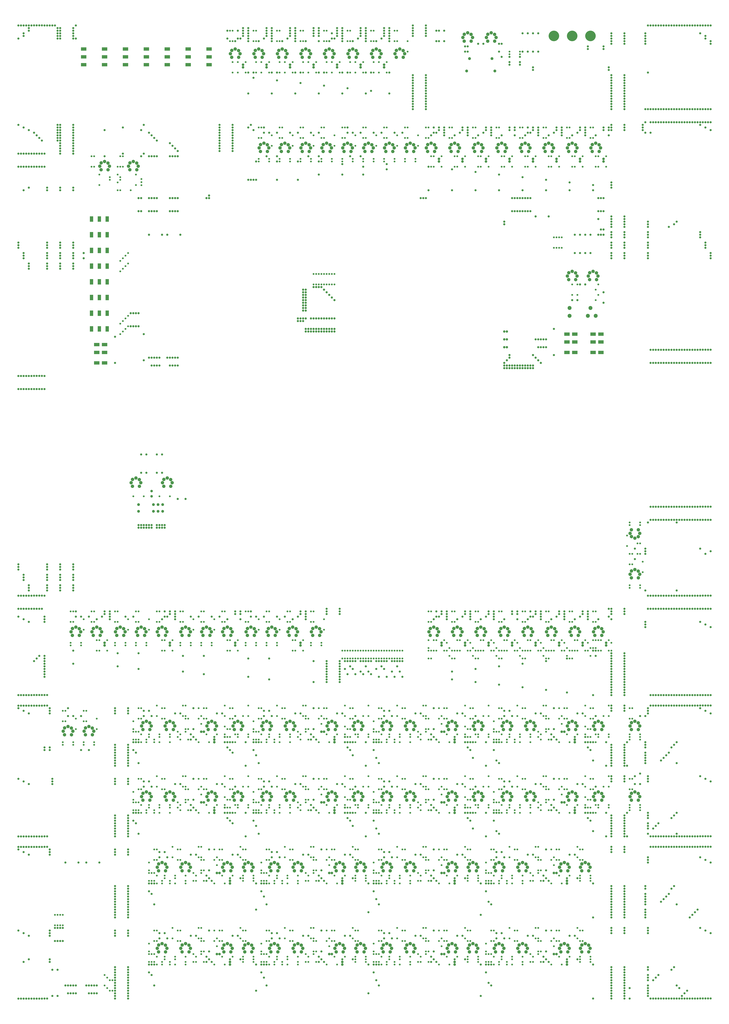
<source format=gbr>
G04 DesignSpark PCB Gerber Version 12.0 Build 5941*
G04 #@! TF.Part,Single*
G04 #@! TF.FileFunction,Soldermask,Bot*
G04 #@! TF.FilePolarity,Negative*
%FSLAX35Y35*%
%MOIN*%
G04 #@! TA.AperFunction,WasherPad*
%ADD76R,0.12811X0.20685*%
%ADD75C,0.07000*%
%ADD27C,0.07890*%
%ADD74C,0.08087*%
G04 #@! TA.AperFunction,ComponentPad*
%ADD80C,0.08874*%
%ADD79C,0.09661*%
G04 #@! TA.AperFunction,WasherPad*
%ADD78C,0.10449*%
%ADD72C,0.10843*%
%ADD28C,0.12811*%
%ADD77C,0.15173*%
%ADD29C,0.40370*%
%ADD73R,0.20685X0.12811*%
G04 #@! TD.AperFunction*
X0Y0D02*
D02*
D27*
X20250Y20015D03*
Y280250D03*
Y590250D03*
Y600015D03*
Y640015D03*
Y860250D03*
Y1130250D03*
Y1140015D03*
Y1180250D03*
Y1480250D03*
Y1510250D03*
Y1560250D03*
Y1660250D03*
Y1670250D03*
Y1680250D03*
Y2350250D03*
Y2400250D03*
Y2890250D03*
Y2900250D03*
Y2910250D03*
Y3200250D03*
Y3250250D03*
Y3360250D03*
Y3690250D03*
Y3740250D03*
X30250Y20015D03*
Y600015D03*
Y640015D03*
Y1140015D03*
Y1180250D03*
Y1510250D03*
Y1560250D03*
Y2350250D03*
Y2400250D03*
Y3200250D03*
Y3250250D03*
Y3740250D03*
X40250Y20015D03*
Y160250D03*
Y270250D03*
Y580250D03*
Y600015D03*
Y640015D03*
Y850250D03*
Y1120250D03*
Y1140015D03*
Y1180250D03*
Y1470250D03*
Y1510250D03*
Y1560250D03*
Y1620250D03*
Y1630250D03*
Y1640250D03*
Y2350250D03*
Y2400250D03*
Y2850250D03*
Y2860250D03*
Y2870250D03*
Y3110250D03*
Y3200250D03*
Y3250250D03*
Y3350250D03*
Y3700250D03*
Y3710250D03*
Y3740250D03*
X50250Y20015D03*
Y600015D03*
Y640015D03*
Y1140015D03*
Y1180250D03*
Y1510250D03*
Y1560250D03*
Y2350250D03*
Y2400250D03*
Y3200250D03*
Y3250250D03*
Y3740250D03*
X60250Y20015D03*
Y170250D03*
Y260250D03*
Y570250D03*
Y600015D03*
Y640015D03*
Y840250D03*
Y1110250D03*
Y1140015D03*
Y1180250D03*
Y1460250D03*
Y1510250D03*
Y1560250D03*
Y1580250D03*
Y1590250D03*
Y1600250D03*
Y2350250D03*
Y2400250D03*
Y2810250D03*
Y2820250D03*
Y2830250D03*
Y3120250D03*
Y3200250D03*
Y3250250D03*
Y3340250D03*
Y3720250D03*
Y3730250D03*
Y3740250D03*
X70250Y20015D03*
Y600015D03*
Y640015D03*
Y1140015D03*
Y1180250D03*
Y1510250D03*
Y1560250D03*
Y2350250D03*
Y2400250D03*
Y3200250D03*
Y3250250D03*
Y3740250D03*
X80250Y20015D03*
Y600015D03*
Y640015D03*
Y1140015D03*
Y1180485D03*
Y1310250D03*
Y1510250D03*
Y1560485D03*
Y2350250D03*
Y2400485D03*
Y3200250D03*
Y3250250D03*
Y3330250D03*
Y3740485D03*
X90250Y20015D03*
Y600015D03*
Y640015D03*
Y1140015D03*
Y1180485D03*
Y1320250D03*
Y1510250D03*
Y1560485D03*
Y2350250D03*
Y2400485D03*
Y3200250D03*
Y3250250D03*
Y3320250D03*
Y3740485D03*
X100250Y20015D03*
Y600015D03*
Y640015D03*
Y1140015D03*
Y1180485D03*
Y1330250D03*
Y1510250D03*
Y1560485D03*
Y2350250D03*
Y2400485D03*
Y3200250D03*
Y3250250D03*
Y3310250D03*
Y3740485D03*
X110250Y20015D03*
Y600015D03*
Y640015D03*
Y1140015D03*
Y1180485D03*
Y1510250D03*
Y1560485D03*
Y2350250D03*
Y2400485D03*
Y3200250D03*
Y3250250D03*
Y3300250D03*
Y3740485D03*
X120250Y20250D03*
Y600250D03*
Y640250D03*
Y970250D03*
Y980250D03*
Y1140250D03*
Y1180485D03*
Y1250250D03*
Y1260250D03*
Y1270250D03*
Y1280250D03*
Y1290250D03*
Y1300250D03*
Y1310250D03*
Y1320250D03*
Y1330250D03*
Y1460250D03*
Y1470250D03*
Y1480250D03*
Y1560250D03*
Y2350250D03*
Y2400250D03*
Y3200250D03*
Y3250250D03*
Y3740250D03*
X130250Y20250D03*
Y600250D03*
Y640250D03*
Y1140250D03*
Y1180485D03*
Y1580250D03*
Y1590250D03*
Y1600250D03*
Y1620250D03*
Y1630250D03*
Y1640250D03*
Y1660250D03*
Y1670250D03*
Y1680250D03*
Y2810250D03*
Y2820250D03*
Y2830250D03*
Y2850250D03*
Y2860250D03*
Y2870250D03*
Y2890250D03*
Y2900250D03*
Y2910250D03*
Y3110250D03*
Y3120250D03*
Y3740250D03*
X140250Y160250D03*
Y170250D03*
Y260250D03*
Y270250D03*
Y280250D03*
Y570250D03*
Y580250D03*
Y590250D03*
Y970250D03*
Y980250D03*
Y1110250D03*
Y1120250D03*
Y1130250D03*
Y3740250D03*
X150250Y30250D03*
Y130250D03*
Y840250D03*
Y850250D03*
Y860250D03*
Y3740250D03*
X160250Y240250D03*
Y290250D03*
Y3740250D03*
X170250Y30250D03*
Y130250D03*
Y240250D03*
Y290250D03*
Y3300250D03*
Y3310250D03*
Y3320250D03*
Y3330250D03*
Y3340250D03*
Y3350250D03*
Y3360250D03*
Y3690250D03*
Y3700250D03*
Y3710250D03*
Y3720250D03*
Y3730250D03*
X180250Y240250D03*
Y290250D03*
Y1580250D03*
Y1590250D03*
Y1600250D03*
Y1620250D03*
Y1630250D03*
Y1640250D03*
Y1660250D03*
Y1670250D03*
Y1680250D03*
Y2810250D03*
Y2820250D03*
Y2830250D03*
Y2850250D03*
Y2860250D03*
Y2870250D03*
Y2890250D03*
Y2900250D03*
Y2910250D03*
Y3110250D03*
Y3120250D03*
Y3250250D03*
Y3260250D03*
Y3270250D03*
Y3280250D03*
Y3290250D03*
Y3300250D03*
Y3310250D03*
Y3320250D03*
Y3330250D03*
Y3340250D03*
Y3350250D03*
Y3360250D03*
Y3690250D03*
Y3700250D03*
Y3710250D03*
Y3720250D03*
Y3730250D03*
X190250Y240250D03*
Y290250D03*
X200250Y70250D03*
Y540250D03*
X210250Y40250D03*
Y70250D03*
Y1100250D03*
Y1130250D03*
X220250Y40250D03*
Y70250D03*
X230250Y40250D03*
Y70250D03*
Y1100250D03*
Y1300250D03*
Y1350250D03*
Y1580250D03*
Y1590250D03*
Y1600250D03*
Y1620250D03*
Y1630250D03*
Y1640250D03*
Y1660250D03*
Y1670250D03*
Y1680250D03*
Y2810250D03*
Y2820250D03*
Y2830250D03*
Y2850250D03*
Y2860250D03*
Y2870250D03*
Y2890250D03*
Y2900250D03*
Y2910250D03*
Y3110250D03*
D03*
Y3120250D03*
D03*
Y3260250D03*
Y3270250D03*
Y3280250D03*
Y3290250D03*
Y3300250D03*
Y3310250D03*
Y3320250D03*
Y3330250D03*
Y3340250D03*
Y3350250D03*
Y3360250D03*
Y3690250D03*
Y3700250D03*
Y3710250D03*
Y3720250D03*
Y3730250D03*
X240250Y40250D03*
Y70250D03*
Y1480250D03*
Y1500250D03*
Y3690250D03*
Y3740250D03*
X250250Y540250D03*
X260250Y970250D03*
Y1100250D03*
Y1480250D03*
X280250Y70250D03*
Y540250D03*
X290250Y40250D03*
Y70250D03*
Y970250D03*
Y1480250D03*
X300250Y40250D03*
Y70250D03*
X310250Y40250D03*
Y70250D03*
X320250Y40250D03*
Y70250D03*
Y1470250D03*
X330250Y540250D03*
X340250Y1480250D03*
X350250Y1490250D03*
Y1500250D03*
Y3240250D03*
Y3340250D03*
X370250Y1470250D03*
Y1480250D03*
Y1490250D03*
Y1500250D03*
X390250Y20250D03*
Y30250D03*
Y40250D03*
Y50250D03*
Y60250D03*
Y70250D03*
Y80250D03*
Y90250D03*
Y100250D03*
Y110250D03*
Y120250D03*
Y130250D03*
Y140250D03*
Y260250D03*
Y270250D03*
Y280250D03*
Y330250D03*
Y340250D03*
Y350250D03*
Y360250D03*
Y370250D03*
Y380250D03*
Y390250D03*
Y400250D03*
Y410250D03*
Y420250D03*
Y430250D03*
Y440250D03*
Y450250D03*
Y570250D03*
Y580250D03*
Y590250D03*
Y640250D03*
Y650250D03*
Y660250D03*
Y670250D03*
Y680250D03*
Y690250D03*
Y700250D03*
Y710250D03*
Y720250D03*
Y840250D03*
Y850250D03*
Y860250D03*
Y910250D03*
Y920250D03*
Y930250D03*
Y940250D03*
Y950250D03*
Y960250D03*
Y970250D03*
Y980250D03*
Y990250D03*
Y1110250D03*
Y1120250D03*
Y1130250D03*
Y2450250D03*
Y2550250D03*
X400250Y1290250D03*
Y1340250D03*
X420250Y3250250D03*
Y3350250D03*
X430250Y1480250D03*
X440250Y20250D03*
Y30250D03*
Y40250D03*
Y50250D03*
Y60250D03*
Y70250D03*
Y80250D03*
Y90250D03*
Y100250D03*
Y110250D03*
Y120250D03*
Y130250D03*
Y140250D03*
Y260250D03*
Y270250D03*
Y280250D03*
Y330250D03*
Y340250D03*
Y350250D03*
Y360250D03*
Y370250D03*
Y380250D03*
Y390250D03*
Y400250D03*
Y410250D03*
Y420250D03*
Y430250D03*
Y440250D03*
Y450250D03*
Y570250D03*
Y580250D03*
Y590250D03*
Y640250D03*
Y650250D03*
Y660250D03*
Y670250D03*
Y680250D03*
Y690250D03*
Y700250D03*
Y710250D03*
Y720250D03*
Y840250D03*
Y850250D03*
Y860250D03*
Y910250D03*
Y920250D03*
Y930250D03*
Y940250D03*
Y950250D03*
Y960250D03*
Y970250D03*
Y980250D03*
Y990250D03*
Y1110250D03*
Y1120250D03*
Y1130250D03*
X460250Y700250D03*
Y730250D03*
Y970250D03*
Y1000250D03*
Y1480250D03*
X470250Y690250D03*
Y730250D03*
Y960250D03*
Y1000250D03*
X480250Y650250D03*
Y730250D03*
Y920250D03*
Y1000250D03*
Y1280250D03*
Y1340250D03*
X490250Y2030250D03*
Y2100250D03*
Y3240250D03*
Y3340250D03*
X500250Y830250D03*
Y850250D03*
Y1100250D03*
Y1120250D03*
Y2460250D03*
Y2560250D03*
Y3250250D03*
Y3360250D03*
X510250Y2030250D03*
Y2100250D03*
X520250Y120250D03*
Y150250D03*
Y430250D03*
Y460250D03*
Y850250D03*
Y1120250D03*
Y2470250D03*
Y3240250D03*
Y3330250D03*
X530250Y110250D03*
Y150250D03*
Y420250D03*
Y460250D03*
Y830250D03*
Y1100250D03*
Y2440250D03*
Y2470250D03*
Y3240250D03*
Y3320250D03*
X540250Y70250D03*
Y150250D03*
Y380250D03*
Y460250D03*
Y2440250D03*
Y2470250D03*
Y3240250D03*
Y3310250D03*
X550250Y2030250D03*
Y2100250D03*
Y2440250D03*
Y2470250D03*
Y3240250D03*
Y3300250D03*
X560250Y250250D03*
Y270250D03*
Y560250D03*
Y580250D03*
Y2440250D03*
Y2470250D03*
X570250Y1470250D03*
Y2030250D03*
Y2100250D03*
X580250Y270250D03*
Y580250D03*
Y1480250D03*
Y1500250D03*
X590250Y250250D03*
Y560250D03*
Y1480250D03*
Y2470250D03*
X600250Y1490250D03*
Y1500250D03*
Y2440250D03*
Y2470250D03*
Y3240250D03*
Y3290250D03*
X610250Y2440250D03*
Y2470250D03*
Y3240250D03*
Y3280250D03*
X620250Y840250D03*
Y1110250D03*
Y1470250D03*
Y1480250D03*
Y1490250D03*
Y1500250D03*
Y2440250D03*
Y2470250D03*
Y3240250D03*
Y3270250D03*
X630250Y2440250D03*
Y2470250D03*
X640250Y840250D03*
Y1110250D03*
X650250Y1270250D03*
Y1330250D03*
X680250Y260250D03*
Y570250D03*
Y740250D03*
Y760250D03*
Y1010250D03*
Y1030250D03*
Y1480250D03*
X690250Y750250D03*
Y780250D03*
Y860250D03*
Y1020250D03*
Y1050250D03*
Y1130250D03*
X700250Y260250D03*
Y570250D03*
Y740250D03*
Y1010250D03*
X710250Y1480250D03*
X730250Y1260250D03*
Y1330250D03*
X740250Y160250D03*
Y180250D03*
Y470250D03*
Y490250D03*
X750250Y170250D03*
Y200250D03*
Y280250D03*
Y480250D03*
Y510250D03*
Y590250D03*
X760250Y160250D03*
Y470250D03*
Y1480250D03*
X770250Y750250D03*
Y1020250D03*
X780250Y840250D03*
Y1110250D03*
X790250Y1480250D03*
Y3260250D03*
Y3270250D03*
Y3280250D03*
Y3290250D03*
Y3300250D03*
Y3310250D03*
Y3320250D03*
Y3330250D03*
Y3340250D03*
Y3350250D03*
Y3360250D03*
X800250Y840250D03*
Y1110250D03*
X810250Y730250D03*
Y750250D03*
Y1000250D03*
Y1020250D03*
X820250Y710250D03*
Y730250D03*
Y980250D03*
Y1000250D03*
Y1470250D03*
Y3690250D03*
Y3720250D03*
X830250Y170250D03*
Y480250D03*
Y700250D03*
Y730250D03*
Y970250D03*
Y1000250D03*
X840250Y260250D03*
Y570250D03*
Y690250D03*
Y730250D03*
Y960250D03*
Y1000250D03*
Y3260250D03*
Y3270250D03*
Y3280250D03*
Y3290250D03*
Y3300250D03*
Y3310250D03*
Y3320250D03*
Y3330250D03*
Y3340250D03*
Y3350250D03*
Y3360250D03*
X850250Y830250D03*
Y1100250D03*
Y1490250D03*
Y1500250D03*
Y3680250D03*
X860250Y260250D03*
Y570250D03*
Y3690250D03*
Y3720250D03*
X870250Y170250D03*
Y480250D03*
Y1470250D03*
Y1490250D03*
Y1500250D03*
Y3690250D03*
X880250Y3700250D03*
Y3710250D03*
Y3720250D03*
Y3730250D03*
X890250Y640250D03*
Y730250D03*
Y910250D03*
Y1000250D03*
X900250Y1250250D03*
Y1320250D03*
Y3150250D03*
Y3350250D03*
Y3480250D03*
Y3560250D03*
Y3680250D03*
Y3690250D03*
Y3700250D03*
Y3710250D03*
Y3720250D03*
Y3730250D03*
X910250Y1480250D03*
Y1500250D03*
Y3150250D03*
Y3360250D03*
X920250Y700250D03*
Y730250D03*
Y970250D03*
Y1000250D03*
Y3150250D03*
Y3340250D03*
Y3540250D03*
Y3560250D03*
X930250Y50250D03*
Y150250D03*
Y360250D03*
Y460250D03*
Y680250D03*
Y730250D03*
Y950250D03*
Y1000250D03*
Y1480250D03*
Y3150250D03*
Y3220250D03*
X940250Y650250D03*
Y730250D03*
Y920250D03*
Y1000250D03*
Y3680250D03*
X950250Y120250D03*
Y150250D03*
Y430250D03*
Y460250D03*
X960250Y100250D03*
Y150250D03*
Y410250D03*
Y460250D03*
Y830250D03*
Y850250D03*
Y1100250D03*
Y1120250D03*
Y1480250D03*
Y3330250D03*
Y3350250D03*
Y3690250D03*
X970250Y70250D03*
Y150250D03*
Y380250D03*
Y460250D03*
Y3240250D03*
Y3700250D03*
Y3710250D03*
Y3720250D03*
Y3730250D03*
X980250Y850250D03*
Y1120250D03*
Y1240250D03*
Y1320250D03*
Y3330250D03*
X990250Y250250D03*
Y270250D03*
Y560250D03*
Y580250D03*
Y830250D03*
Y1100250D03*
Y3480250D03*
Y3560250D03*
Y3680250D03*
Y3690250D03*
Y3700250D03*
Y3710250D03*
Y3720250D03*
Y3730250D03*
X1010250Y270250D03*
Y580250D03*
Y1480250D03*
Y3150250D03*
Y3220250D03*
Y3240250D03*
Y3330250D03*
Y3530250D03*
Y3560250D03*
X1020250Y250250D03*
Y560250D03*
X1030250Y3680250D03*
X1040250Y1480250D03*
X1050250Y3690250D03*
X1060250Y3330250D03*
Y3700250D03*
Y3710250D03*
Y3720250D03*
Y3730250D03*
X1070250Y1470250D03*
X1080250Y840250D03*
Y1110250D03*
Y3480250D03*
Y3560250D03*
Y3680250D03*
Y3690250D03*
Y3700250D03*
Y3710250D03*
Y3720250D03*
Y3730250D03*
X1090250Y1480250D03*
Y3150250D03*
Y3220250D03*
Y3330250D03*
X1100250Y840250D03*
Y1110250D03*
Y1490250D03*
Y1500250D03*
Y2610250D03*
Y2620250D03*
Y3520250D03*
Y3560250D03*
X1110250Y260250D03*
Y570250D03*
X1120250Y1470250D03*
Y1480250D03*
Y1490250D03*
Y1500250D03*
Y3680250D03*
X1130250Y260250D03*
Y570250D03*
Y3240250D03*
X1140250Y740250D03*
Y760250D03*
Y1010250D03*
Y1030250D03*
Y3330250D03*
X1150250Y750250D03*
Y780250D03*
Y860250D03*
Y1020250D03*
Y1050250D03*
Y1130250D03*
Y1230250D03*
Y1310250D03*
Y3700250D03*
Y3710250D03*
Y3720250D03*
Y3730250D03*
X1160250Y740250D03*
Y1010250D03*
X1170250Y160250D03*
Y180250D03*
Y470250D03*
Y490250D03*
Y3170250D03*
Y3220250D03*
Y3240250D03*
Y3330250D03*
Y3480250D03*
Y3560250D03*
Y3680250D03*
Y3700250D03*
Y3710250D03*
Y3720250D03*
Y3730250D03*
X1180250Y170250D03*
Y200250D03*
Y280250D03*
Y480250D03*
Y510250D03*
Y590250D03*
X1190250Y160250D03*
Y470250D03*
Y3510250D03*
Y3560250D03*
X1200250Y1230250D03*
Y1240250D03*
Y1250250D03*
Y1260250D03*
Y1270250D03*
Y1280250D03*
Y1290250D03*
Y1300250D03*
Y1310250D03*
Y1490250D03*
Y1500250D03*
Y1510250D03*
X1210250Y3680250D03*
X1220250Y3690250D03*
Y3710250D03*
X1230250Y750250D03*
Y1020250D03*
Y3690250D03*
X1240250Y840250D03*
Y1110250D03*
Y3700250D03*
Y3710250D03*
Y3720250D03*
Y3730250D03*
X1250250Y1230250D03*
Y1240250D03*
Y1250250D03*
Y1260250D03*
Y1270250D03*
Y1280250D03*
Y1290250D03*
Y1300250D03*
Y1310250D03*
Y1490250D03*
Y1500250D03*
Y1510250D03*
X1260250Y170250D03*
Y480250D03*
Y840250D03*
Y1110250D03*
Y3170250D03*
Y3210250D03*
Y3480250D03*
Y3560250D03*
Y3680250D03*
Y3690250D03*
Y3700250D03*
Y3710250D03*
Y3720250D03*
Y3730250D03*
X1270250Y260250D03*
Y570250D03*
Y730250D03*
Y750250D03*
Y1000250D03*
Y1020250D03*
Y1280250D03*
Y1310250D03*
X1280250Y710250D03*
Y730250D03*
Y980250D03*
Y1000250D03*
Y1260250D03*
Y1310250D03*
Y3330250D03*
Y3350250D03*
Y3500250D03*
Y3560250D03*
X1290250Y260250D03*
Y570250D03*
Y700250D03*
Y730250D03*
Y970250D03*
Y1000250D03*
Y1290250D03*
Y1310250D03*
Y3240250D03*
X1300250Y170250D03*
Y480250D03*
Y680250D03*
Y730250D03*
Y950250D03*
Y1000250D03*
Y1280250D03*
Y1310250D03*
Y3330250D03*
Y3680250D03*
X1310250Y830250D03*
Y1100250D03*
Y1260250D03*
Y1310250D03*
X1320250Y3690250D03*
X1330250Y1270250D03*
Y1310250D03*
Y3240250D03*
Y3330250D03*
Y3700250D03*
Y3710250D03*
Y3720250D03*
Y3730250D03*
X1340250Y1260250D03*
Y1310250D03*
Y3170250D03*
Y3200250D03*
X1350250Y640250D03*
Y730250D03*
Y910250D03*
Y1000250D03*
Y1290250D03*
Y1310250D03*
Y3480250D03*
Y3560250D03*
Y3680250D03*
Y3690250D03*
Y3700250D03*
Y3710250D03*
Y3720250D03*
Y3730250D03*
X1360250Y40250D03*
Y150250D03*
Y350250D03*
Y460250D03*
Y1270250D03*
Y1310250D03*
X1370250Y1260250D03*
Y1310250D03*
Y3490250D03*
Y3560250D03*
X1380250Y120250D03*
Y150250D03*
Y430250D03*
Y460250D03*
Y700250D03*
Y730250D03*
Y970250D03*
Y1000250D03*
Y3330250D03*
X1390250Y90250D03*
Y150250D03*
Y400250D03*
Y460250D03*
Y670250D03*
Y730250D03*
Y940250D03*
Y1000250D03*
Y1280250D03*
Y1310250D03*
Y3680250D03*
X1400250Y70250D03*
Y150250D03*
Y380250D03*
Y460250D03*
Y650250D03*
Y730250D03*
Y920250D03*
Y1000250D03*
Y1250250D03*
Y1310250D03*
X1410250Y1290250D03*
Y1310250D03*
Y3330250D03*
Y3690250D03*
X1420250Y250250D03*
Y270250D03*
Y560250D03*
Y580250D03*
Y830250D03*
Y850250D03*
Y1100250D03*
Y1120250D03*
Y1280250D03*
Y1310250D03*
Y3700250D03*
Y3710250D03*
Y3720250D03*
Y3730250D03*
X1430250Y1250250D03*
Y1310250D03*
Y3190250D03*
Y3210250D03*
X1440250Y270250D03*
Y580250D03*
Y850250D03*
Y1120250D03*
Y3480250D03*
Y3560250D03*
Y3680250D03*
Y3690250D03*
Y3700250D03*
Y3710250D03*
Y3720250D03*
Y3730250D03*
X1450250Y250250D03*
Y560250D03*
Y830250D03*
Y1100250D03*
Y1270250D03*
Y1310250D03*
X1460250Y1250250D03*
Y1310250D03*
Y3330250D03*
X1470250Y1290250D03*
Y1310250D03*
X1480250Y1270250D03*
Y1310250D03*
X1490250Y1250250D03*
Y1310250D03*
Y3330250D03*
X1530250Y3420250D03*
Y3430250D03*
Y3440250D03*
Y3450250D03*
Y3460250D03*
Y3470250D03*
Y3480250D03*
Y3490250D03*
Y3500250D03*
Y3510250D03*
Y3520250D03*
Y3530250D03*
Y3540250D03*
Y3550250D03*
Y3700250D03*
Y3710250D03*
Y3720250D03*
Y3730250D03*
Y3740250D03*
X1540250Y260250D03*
Y570250D03*
Y840250D03*
Y1110250D03*
X1560250Y260250D03*
Y570250D03*
Y840250D03*
Y1110250D03*
Y3080250D03*
X1570250D03*
X1580250D03*
Y3420250D03*
Y3430250D03*
Y3440250D03*
Y3450250D03*
Y3460250D03*
Y3470250D03*
Y3480250D03*
Y3490250D03*
Y3500250D03*
Y3510250D03*
Y3520250D03*
Y3530250D03*
Y3540250D03*
Y3550250D03*
Y3700250D03*
Y3710250D03*
Y3720250D03*
Y3730250D03*
Y3740250D03*
X1590250Y3110250D03*
Y3200250D03*
X1600250Y160250D03*
Y180250D03*
Y470250D03*
Y490250D03*
Y740250D03*
Y760250D03*
Y1010250D03*
Y1030250D03*
Y3320250D03*
X1610250Y170250D03*
Y200250D03*
Y280250D03*
Y480250D03*
Y510250D03*
Y590250D03*
Y750250D03*
Y780250D03*
Y860250D03*
Y1020250D03*
Y1050250D03*
Y1130250D03*
Y1470250D03*
Y3330250D03*
Y3350250D03*
X1620250Y160250D03*
Y470250D03*
Y740250D03*
Y1010250D03*
Y1480250D03*
Y1500250D03*
Y3330250D03*
Y3680250D03*
Y3720250D03*
X1630250Y1480250D03*
Y3340250D03*
Y3350250D03*
Y3680250D03*
Y3720250D03*
X1640250Y1490250D03*
Y1500250D03*
X1650250Y3320250D03*
Y3330250D03*
Y3340250D03*
Y3350250D03*
Y3680250D03*
Y3720250D03*
X1660250Y1470250D03*
Y1480250D03*
Y1490250D03*
Y1500250D03*
X1680250Y1240250D03*
Y1270250D03*
Y3110250D03*
Y3190250D03*
X1690250Y170250D03*
Y480250D03*
Y750250D03*
Y1020250D03*
Y3320250D03*
X1700250Y260250D03*
Y570250D03*
Y840250D03*
Y1110250D03*
Y1470250D03*
X1710250Y3330250D03*
X1720250Y260250D03*
Y570250D03*
Y840250D03*
Y1110250D03*
Y1480250D03*
Y3340250D03*
Y3350250D03*
X1730250Y170250D03*
Y480250D03*
Y730250D03*
Y750250D03*
Y1000250D03*
Y1020250D03*
Y1490250D03*
Y1500250D03*
Y3640250D03*
Y3660250D03*
X1740250Y710250D03*
Y730250D03*
Y980250D03*
Y1000250D03*
Y3320250D03*
Y3330250D03*
Y3340250D03*
Y3350250D03*
Y3640250D03*
Y3660250D03*
X1750250Y700250D03*
Y730250D03*
Y970250D03*
Y1000250D03*
Y1470250D03*
Y1480250D03*
Y1490250D03*
Y1500250D03*
X1760250Y670250D03*
Y730250D03*
Y940250D03*
Y1000250D03*
X1770250Y830250D03*
Y1100250D03*
Y1230250D03*
Y1280250D03*
Y3110250D03*
Y3180250D03*
X1780250Y3320250D03*
Y3670250D03*
X1790250Y30250D03*
Y150250D03*
Y340250D03*
Y460250D03*
Y1470250D03*
X1800250Y3330250D03*
Y3670250D03*
X1810250Y120250D03*
Y150250D03*
Y430250D03*
Y460250D03*
Y640250D03*
Y730250D03*
Y910250D03*
Y1000250D03*
Y1480250D03*
Y3340250D03*
Y3350250D03*
X1820250Y80250D03*
Y150250D03*
Y390250D03*
Y460250D03*
Y1490250D03*
Y1500250D03*
X1830250Y70250D03*
Y150250D03*
Y380250D03*
Y460250D03*
Y3320250D03*
Y3330250D03*
Y3340250D03*
Y3350250D03*
X1840250Y700250D03*
Y730250D03*
Y970250D03*
Y1000250D03*
Y1470250D03*
Y1480250D03*
Y1490250D03*
Y1500250D03*
X1850250Y250250D03*
Y270250D03*
Y560250D03*
Y580250D03*
Y660250D03*
Y730250D03*
Y930250D03*
Y1000250D03*
X1860250Y650250D03*
Y730250D03*
Y920250D03*
Y1000250D03*
Y1220250D03*
Y1290250D03*
Y3110250D03*
Y3170250D03*
Y3640250D03*
Y3670250D03*
X1870250Y270250D03*
Y580250D03*
Y3320250D03*
Y3620250D03*
Y3670250D03*
X1880250Y250250D03*
Y560250D03*
Y830250D03*
Y850250D03*
Y1100250D03*
Y1120250D03*
Y1470250D03*
X1900250Y850250D03*
Y1120250D03*
Y3340250D03*
Y3350250D03*
Y3590250D03*
Y3600250D03*
Y3620250D03*
X1910250Y830250D03*
Y1100250D03*
Y1490250D03*
Y1500250D03*
Y3030250D03*
Y3080250D03*
X1920250Y3030250D03*
Y3080250D03*
Y3320250D03*
Y3340250D03*
Y3350250D03*
X1930250Y1470250D03*
Y1490250D03*
Y1500250D03*
Y3030250D03*
Y3080250D03*
X1940250Y3030250D03*
Y3080250D03*
Y3590250D03*
Y3600250D03*
Y3620250D03*
X1950250Y1210250D03*
Y1300250D03*
Y3030250D03*
Y3080250D03*
Y3110250D03*
Y3160250D03*
Y3640250D03*
Y3710250D03*
X1960250Y3030250D03*
Y3080250D03*
Y3320250D03*
X1970250Y260250D03*
Y570250D03*
Y1470250D03*
Y3030250D03*
Y3080250D03*
Y3330250D03*
Y3350250D03*
Y3640250D03*
Y3710250D03*
X1980250Y1480250D03*
Y1500250D03*
Y3030250D03*
Y3080250D03*
Y3330250D03*
X1990250Y260250D03*
Y570250D03*
Y1480250D03*
Y3340250D03*
Y3350250D03*
Y3570250D03*
Y3580250D03*
Y3640250D03*
Y3710250D03*
X2000250Y840250D03*
Y1110250D03*
Y1490250D03*
Y1500250D03*
Y2540250D03*
X2010250Y2510250D03*
Y2540250D03*
Y3320250D03*
Y3330250D03*
Y3340250D03*
Y3350250D03*
Y3640250D03*
Y3710250D03*
X2020250Y840250D03*
Y1110250D03*
Y1470250D03*
Y1480250D03*
Y1490250D03*
Y1500250D03*
Y2510250D03*
Y2540250D03*
X2030250Y160250D03*
Y180250D03*
Y470250D03*
Y490250D03*
Y2510250D03*
Y2540250D03*
X2040250Y170250D03*
Y200250D03*
Y280250D03*
Y480250D03*
Y510250D03*
Y590250D03*
Y1200250D03*
Y1310250D03*
Y2510250D03*
Y2540250D03*
Y3110250D03*
Y3150250D03*
X2050250Y160250D03*
Y470250D03*
Y3320250D03*
X2060250Y740250D03*
Y760250D03*
Y1010250D03*
Y1030250D03*
Y1470250D03*
X2070250Y750250D03*
Y780250D03*
Y860250D03*
Y1020250D03*
Y1050250D03*
Y1130250D03*
Y2480250D03*
Y2580250D03*
Y3330250D03*
X2080250Y740250D03*
Y1010250D03*
Y1480250D03*
Y3340250D03*
Y3350250D03*
X2090250Y1490250D03*
Y1500250D03*
X2100250Y3320250D03*
Y3330250D03*
Y3340250D03*
Y3350250D03*
X2110250Y1470250D03*
Y1480250D03*
Y1490250D03*
Y1500250D03*
X2120250Y170250D03*
Y480250D03*
Y1190250D03*
Y1320250D03*
X2130250Y260250D03*
Y570250D03*
Y3110250D03*
Y3140250D03*
X2140250Y3320250D03*
X2150250Y260250D03*
Y570250D03*
Y750250D03*
Y1020250D03*
Y1470250D03*
Y2870250D03*
Y2940250D03*
X2160250Y170250D03*
Y480250D03*
Y840250D03*
Y1110250D03*
Y3330250D03*
X2170250Y1480250D03*
Y2870250D03*
Y2940250D03*
Y3340250D03*
Y3350250D03*
X2180250Y840250D03*
Y1110250D03*
Y1490250D03*
Y1500250D03*
X2190250Y730250D03*
Y750250D03*
Y1000250D03*
Y1020250D03*
Y2870250D03*
Y2940250D03*
Y3320250D03*
Y3330250D03*
Y3340250D03*
Y3350250D03*
X2200250Y710250D03*
Y730250D03*
Y980250D03*
Y1000250D03*
Y1470250D03*
Y1480250D03*
Y1490250D03*
Y1500250D03*
Y3650250D03*
Y3660250D03*
X2210250Y700250D03*
Y730250D03*
Y970250D03*
Y1000250D03*
Y2870250D03*
Y2940250D03*
X2220250Y20250D03*
Y150250D03*
Y330250D03*
Y460250D03*
Y660250D03*
Y730250D03*
Y930250D03*
Y1000250D03*
Y1180250D03*
Y1350250D03*
Y3110250D03*
Y3130250D03*
X2230250Y830250D03*
Y1100250D03*
Y1330250D03*
Y1350250D03*
Y3320250D03*
X2240250Y1470250D03*
Y3030250D03*
Y3080250D03*
X2250250Y3030250D03*
Y3080250D03*
X2260250Y3030250D03*
Y3080250D03*
Y3340250D03*
Y3350250D03*
Y3650250D03*
Y3660250D03*
X2270250Y640250D03*
Y730250D03*
Y910250D03*
Y1000250D03*
X2280250Y1480250D03*
Y1510250D03*
Y3320250D03*
Y3340250D03*
Y3350250D03*
Y3570250D03*
Y3580250D03*
X2290250Y20250D03*
Y30250D03*
Y40250D03*
Y50250D03*
Y60250D03*
Y70250D03*
Y80250D03*
Y90250D03*
Y100250D03*
Y110250D03*
Y120250D03*
Y130250D03*
Y140250D03*
Y270250D03*
Y280250D03*
Y290250D03*
Y330250D03*
Y340250D03*
Y350250D03*
Y360250D03*
Y370250D03*
Y380250D03*
Y390250D03*
Y400250D03*
Y410250D03*
Y420250D03*
Y430250D03*
Y440250D03*
Y450250D03*
Y580250D03*
Y590250D03*
Y600250D03*
Y640250D03*
Y650250D03*
Y660250D03*
Y670250D03*
Y680250D03*
Y690250D03*
Y700250D03*
Y710250D03*
Y720250D03*
Y850250D03*
Y860250D03*
Y870250D03*
Y910250D03*
Y920250D03*
Y930250D03*
Y940250D03*
Y950250D03*
Y960250D03*
Y970250D03*
Y980250D03*
Y990250D03*
Y1120250D03*
Y1130250D03*
Y1140250D03*
Y1180250D03*
Y1190250D03*
Y1200250D03*
Y1210250D03*
Y1220250D03*
Y1230250D03*
Y1240250D03*
Y1250250D03*
Y1260250D03*
Y1270250D03*
Y1280250D03*
Y1290250D03*
Y1300250D03*
Y1310250D03*
Y1320250D03*
Y1330250D03*
Y1340250D03*
Y1470250D03*
Y1490250D03*
Y1500250D03*
Y1510250D03*
Y2850250D03*
Y2860250D03*
Y2870250D03*
Y2890250D03*
Y2900250D03*
Y2910250D03*
Y2930250D03*
Y2940250D03*
Y2950250D03*
Y2970250D03*
Y2980250D03*
Y2990250D03*
Y3000250D03*
Y3010250D03*
Y3120250D03*
Y3130250D03*
Y3140250D03*
Y3340250D03*
Y3350250D03*
Y3360250D03*
Y3420250D03*
Y3430250D03*
Y3440250D03*
Y3450250D03*
Y3460250D03*
Y3470250D03*
Y3480250D03*
Y3490250D03*
Y3500250D03*
Y3510250D03*
Y3520250D03*
Y3530250D03*
Y3540250D03*
Y3550250D03*
Y3670250D03*
Y3680250D03*
Y3690250D03*
Y3700250D03*
Y3710250D03*
X2340250Y20250D03*
Y30250D03*
Y40250D03*
Y50250D03*
Y60250D03*
Y70250D03*
Y80250D03*
Y90250D03*
Y100250D03*
Y110250D03*
Y120250D03*
Y130250D03*
Y140250D03*
Y270250D03*
Y280250D03*
Y290250D03*
Y330250D03*
Y340250D03*
Y350250D03*
Y360250D03*
Y370250D03*
Y380250D03*
Y390250D03*
Y400250D03*
Y410250D03*
Y420250D03*
Y430250D03*
Y440250D03*
Y450250D03*
Y580250D03*
Y590250D03*
Y600250D03*
Y640250D03*
Y650250D03*
Y660250D03*
Y670250D03*
Y680250D03*
Y690250D03*
Y700250D03*
Y710250D03*
Y720250D03*
Y850250D03*
Y860250D03*
Y870250D03*
Y910250D03*
Y920250D03*
Y930250D03*
Y940250D03*
Y950250D03*
Y960250D03*
Y970250D03*
Y980250D03*
Y990250D03*
Y1120250D03*
Y1130250D03*
Y1140250D03*
Y1180250D03*
Y1190250D03*
Y1200250D03*
Y1210250D03*
Y1220250D03*
Y1230250D03*
Y1240250D03*
Y1250250D03*
Y1260250D03*
Y1270250D03*
Y1280250D03*
Y1290250D03*
Y1300250D03*
Y1310250D03*
Y1320250D03*
Y1330250D03*
Y1340250D03*
Y1490250D03*
Y1500250D03*
Y1510250D03*
Y2850250D03*
Y2860250D03*
Y2870250D03*
Y2890250D03*
Y2900250D03*
Y2910250D03*
Y2930250D03*
Y2940250D03*
Y2950250D03*
Y2970250D03*
Y2980250D03*
Y2990250D03*
Y3000250D03*
Y3010250D03*
Y3340250D03*
Y3350250D03*
Y3360250D03*
Y3420250D03*
Y3430250D03*
Y3440250D03*
Y3450250D03*
Y3460250D03*
Y3470250D03*
Y3480250D03*
Y3490250D03*
Y3500250D03*
Y3510250D03*
Y3520250D03*
Y3530250D03*
Y3540250D03*
Y3550250D03*
Y3670250D03*
Y3680250D03*
Y3690250D03*
Y3700250D03*
Y3710250D03*
X2350250Y640250D03*
Y730250D03*
Y910250D03*
Y1000250D03*
X2360250Y20250D03*
Y60250D03*
X2380250Y840250D03*
Y870250D03*
Y1700250D03*
Y1740250D03*
X2400250Y840250D03*
Y880250D03*
Y1100250D03*
X2410250Y3340250D03*
Y3350250D03*
Y3360250D03*
X2420250Y330250D03*
Y340250D03*
Y350250D03*
Y360250D03*
Y380250D03*
Y390250D03*
Y400250D03*
Y410250D03*
Y420250D03*
Y440250D03*
Y450250D03*
Y920250D03*
Y930250D03*
Y940250D03*
Y950250D03*
Y960250D03*
Y980250D03*
Y990250D03*
Y1000250D03*
Y1100250D03*
Y1440250D03*
Y1450250D03*
Y1460250D03*
Y1580250D03*
Y1720250D03*
Y1730250D03*
Y1740250D03*
Y3330250D03*
Y3370250D03*
Y3420250D03*
Y3670250D03*
Y3680250D03*
Y3690250D03*
Y3700250D03*
Y3710250D03*
X2430250Y30250D03*
Y40250D03*
Y50250D03*
Y60250D03*
Y70250D03*
Y90250D03*
Y100250D03*
Y110250D03*
Y130250D03*
Y140250D03*
Y270250D03*
Y280250D03*
Y290250D03*
Y540250D03*
Y550250D03*
Y560250D03*
Y650250D03*
Y670250D03*
Y680250D03*
Y690250D03*
Y710250D03*
Y720250D03*
Y730250D03*
Y850250D03*
Y860250D03*
Y870250D03*
Y1110250D03*
Y1120250D03*
Y1130250D03*
Y1560250D03*
Y1840250D03*
Y2850250D03*
Y2860250D03*
Y2870250D03*
Y2890250D03*
Y2900250D03*
Y2910250D03*
Y2930250D03*
Y2940250D03*
Y2950250D03*
Y2970250D03*
Y2980250D03*
Y2990250D03*
Y3420250D03*
Y3560250D03*
Y3740250D03*
X2440250Y20250D03*
Y600250D03*
Y640250D03*
Y1140250D03*
Y1180250D03*
Y1510250D03*
Y1560250D03*
Y1850250D03*
Y1900250D03*
Y2450250D03*
Y2500250D03*
Y3330250D03*
Y3370250D03*
Y3420250D03*
Y3740250D03*
X2450250Y20250D03*
Y90250D03*
Y600250D03*
Y640250D03*
Y670250D03*
Y1140250D03*
Y1180250D03*
Y1510250D03*
Y1560250D03*
Y1850250D03*
Y1900250D03*
Y2450250D03*
Y2500250D03*
Y3370250D03*
Y3420250D03*
Y3740250D03*
X2460250Y20250D03*
Y100250D03*
Y600250D03*
Y640250D03*
Y680250D03*
Y1140250D03*
Y1180250D03*
Y1510250D03*
Y1560250D03*
Y1850250D03*
Y1900250D03*
Y2450250D03*
Y2500250D03*
Y3370250D03*
Y3420250D03*
Y3740250D03*
X2470250Y20250D03*
Y110250D03*
Y600250D03*
Y640250D03*
Y690250D03*
Y1140250D03*
Y1180250D03*
Y1510250D03*
Y1560250D03*
Y1850250D03*
Y1900250D03*
Y2450250D03*
Y2500250D03*
Y3370250D03*
Y3420250D03*
Y3740250D03*
X2480250Y20250D03*
Y390250D03*
Y600250D03*
Y640250D03*
Y930250D03*
Y1140250D03*
Y1180250D03*
Y1510250D03*
Y1560250D03*
Y1850250D03*
Y1900250D03*
Y2450250D03*
Y2500250D03*
Y3370250D03*
Y3420250D03*
Y3740250D03*
X2490250Y20250D03*
Y400250D03*
Y600250D03*
Y640250D03*
Y940250D03*
Y1140250D03*
Y1180250D03*
Y1510250D03*
Y1560250D03*
Y1850250D03*
Y1900250D03*
Y2450250D03*
Y2500250D03*
Y3370250D03*
Y3420250D03*
Y3740250D03*
X2500250Y20250D03*
Y410250D03*
Y600250D03*
Y640250D03*
Y950250D03*
Y1140250D03*
Y1180250D03*
Y1510250D03*
Y1560250D03*
Y1850250D03*
Y1900250D03*
Y2450250D03*
Y2500250D03*
Y3370250D03*
Y3420250D03*
Y3740250D03*
X2510250Y20250D03*
Y420250D03*
Y600250D03*
Y640250D03*
Y960250D03*
Y1140250D03*
Y1180250D03*
Y1510250D03*
Y1560250D03*
Y1850250D03*
Y1900250D03*
Y2450250D03*
Y2500250D03*
Y2970250D03*
Y3370250D03*
Y3420250D03*
Y3740250D03*
X2520250Y20250D03*
Y130250D03*
Y440250D03*
Y600250D03*
Y640250D03*
Y710250D03*
Y980250D03*
Y1140250D03*
Y1180250D03*
Y1510250D03*
Y1560250D03*
Y1850250D03*
Y1900250D03*
Y2450250D03*
Y2500250D03*
Y3370250D03*
Y3420250D03*
Y3740250D03*
X2530250Y20250D03*
Y140250D03*
Y450250D03*
Y600250D03*
Y640250D03*
Y720250D03*
Y990250D03*
Y1140250D03*
Y1180250D03*
Y1510250D03*
Y1560250D03*
Y1850250D03*
Y1900250D03*
Y2450250D03*
Y2500250D03*
Y2980250D03*
Y3370250D03*
Y3420250D03*
Y3740250D03*
X2540250Y20250D03*
Y70250D03*
Y380250D03*
Y600250D03*
Y640250D03*
Y650250D03*
Y730250D03*
Y920250D03*
Y1000250D03*
Y1140250D03*
Y1180250D03*
Y1510250D03*
Y1560250D03*
Y1580250D03*
Y1840250D03*
Y1850250D03*
Y1900250D03*
Y2450250D03*
Y2500250D03*
Y2990250D03*
Y3370250D03*
Y3420250D03*
Y3740250D03*
X2550250Y20250D03*
Y60250D03*
Y600250D03*
Y640250D03*
Y1140250D03*
Y1180250D03*
Y1510250D03*
Y1560250D03*
Y1850250D03*
Y1900250D03*
Y2450250D03*
Y2500250D03*
Y3370250D03*
Y3420250D03*
Y3740250D03*
X2560250Y20250D03*
Y30250D03*
Y600250D03*
Y640250D03*
Y1140250D03*
Y1180250D03*
Y1510250D03*
Y1560250D03*
Y1850250D03*
Y1900250D03*
Y2450250D03*
Y2500250D03*
Y3370250D03*
Y3420250D03*
Y3740250D03*
X2570250Y20250D03*
Y40250D03*
Y600250D03*
Y640250D03*
Y1140250D03*
Y1180250D03*
Y1510250D03*
Y1560250D03*
Y1850250D03*
Y1900250D03*
Y2450250D03*
Y2500250D03*
Y3370250D03*
Y3420250D03*
Y3740250D03*
X2580250Y20250D03*
Y50250D03*
Y600250D03*
Y640250D03*
Y1140250D03*
Y1180250D03*
Y1510250D03*
Y1560250D03*
Y1850250D03*
Y1900250D03*
Y2450250D03*
Y2500250D03*
Y3370250D03*
Y3420250D03*
Y3740250D03*
X2590250Y20250D03*
Y330250D03*
Y600250D03*
Y640250D03*
Y1140250D03*
Y1180250D03*
Y1510250D03*
Y1560250D03*
Y1850250D03*
Y1900250D03*
Y2450250D03*
Y2500250D03*
Y3370250D03*
Y3420250D03*
Y3740250D03*
X2600250Y20250D03*
Y340250D03*
Y600250D03*
Y640250D03*
Y1140250D03*
Y1180250D03*
Y1510250D03*
Y1560250D03*
Y1850250D03*
Y1900250D03*
Y2450250D03*
Y2500250D03*
Y3370250D03*
Y3420250D03*
Y3740250D03*
X2610250Y20250D03*
Y350250D03*
Y600250D03*
Y640250D03*
Y1140250D03*
Y1180250D03*
Y1510250D03*
Y1560250D03*
Y1850250D03*
Y1900250D03*
Y2450250D03*
Y2500250D03*
Y3370250D03*
Y3420250D03*
Y3740250D03*
X2620250Y20250D03*
Y360250D03*
Y600250D03*
Y640250D03*
Y1140250D03*
Y1180250D03*
Y1510250D03*
Y1560250D03*
Y1850250D03*
Y1900250D03*
Y2450250D03*
Y2500250D03*
Y3370250D03*
Y3420250D03*
Y3740250D03*
X2630250Y20485D03*
Y290250D03*
Y560250D03*
Y600485D03*
Y640485D03*
Y870250D03*
Y1130250D03*
Y1140485D03*
Y1180250D03*
Y1460250D03*
Y1510250D03*
Y1560250D03*
Y1740250D03*
Y1850250D03*
Y1900485D03*
Y2450250D03*
Y2500485D03*
Y2930250D03*
Y2940250D03*
Y2950250D03*
Y3360250D03*
Y3370250D03*
Y3420250D03*
Y3710250D03*
Y3740250D03*
X2640250Y20485D03*
Y600485D03*
Y640485D03*
Y1140485D03*
Y1180250D03*
Y1510250D03*
Y1560485D03*
Y1850250D03*
Y1900485D03*
Y2450250D03*
Y2500485D03*
Y3370250D03*
Y3420250D03*
Y3740250D03*
X2650250Y20485D03*
Y280250D03*
Y550250D03*
Y600485D03*
Y640485D03*
Y860250D03*
Y1120250D03*
Y1140485D03*
Y1180250D03*
Y1450250D03*
Y1510250D03*
Y1560485D03*
Y1720250D03*
Y1850250D03*
Y1900485D03*
Y2450250D03*
Y2500485D03*
Y2890250D03*
Y2900250D03*
Y2910250D03*
Y3350250D03*
Y3370250D03*
Y3420250D03*
Y3690250D03*
Y3700250D03*
Y3740250D03*
X2660250Y20485D03*
Y600485D03*
Y640485D03*
Y1140485D03*
Y1180250D03*
Y1510250D03*
Y1560485D03*
Y1850250D03*
Y1900485D03*
Y2450250D03*
Y2500485D03*
Y3370250D03*
Y3420250D03*
Y3740250D03*
X2670250Y20485D03*
Y270250D03*
Y540250D03*
Y600485D03*
Y640485D03*
Y850250D03*
Y1110250D03*
Y1140485D03*
Y1180250D03*
Y1440250D03*
Y1510250D03*
Y1560485D03*
Y1730250D03*
Y1850250D03*
Y1900485D03*
Y2450250D03*
Y2500485D03*
Y2850250D03*
Y2860250D03*
Y2870250D03*
Y3340250D03*
Y3370250D03*
Y3420250D03*
Y3670250D03*
Y3680250D03*
Y3740250D03*
D02*
D28*
X191746Y1042140D03*
X196864Y1028360D03*
X197258Y1054738D03*
X210250Y1060250D03*
X221746Y1422140D03*
X223242Y1054344D03*
X223636Y1028360D03*
X226864Y1408360D03*
X227258Y1434738D03*
X228754Y1042140D03*
X240250Y1440250D03*
X253242Y1434344D03*
X253636Y1408360D03*
X258754Y1422140D03*
X271746Y1042140D03*
X276864Y1028360D03*
X277258Y1054738D03*
X290250Y1060250D03*
X301746Y1422140D03*
X303242Y1054344D03*
X303636Y1028360D03*
X306864Y1408360D03*
X307258Y1434738D03*
X308754Y1042140D03*
X320250Y1440250D03*
X331746Y3202140D03*
X333242Y1434344D03*
X333636Y1408360D03*
X336864Y3188360D03*
X337258Y3214738D03*
X338754Y1422140D03*
X350250Y3220250D03*
X363242Y3214344D03*
X363636Y3188360D03*
X368754Y3202140D03*
X391746Y1422140D03*
X396864Y1408360D03*
X397258Y1434738D03*
X410250Y1440250D03*
X423242Y1434344D03*
X423636Y1408360D03*
X428754Y1422140D03*
X441746Y3202140D03*
X446864Y3188360D03*
X447258Y3214738D03*
X451746Y1992140D03*
X456864Y1978360D03*
X457258Y2004738D03*
X460250Y3220250D03*
X470250Y2010250D03*
X471746Y1422140D03*
X473242Y3214344D03*
X473636Y3188360D03*
X476864Y1408360D03*
X477258Y1434738D03*
X478754Y3202140D03*
X483242Y2004344D03*
X483636Y1978360D03*
X488754Y1992140D03*
X490250Y1440250D03*
X491746Y792140D03*
Y1062140D03*
X496864Y778360D03*
Y1048360D03*
X497258Y804738D03*
Y1074738D03*
X503242Y1434344D03*
X503636Y1408360D03*
X508754Y1422140D03*
X510250Y810250D03*
Y1080250D03*
X523242Y804344D03*
Y1074344D03*
X523636Y778360D03*
Y1048360D03*
X528754Y792140D03*
Y1062140D03*
X551746Y212140D03*
Y522140D03*
Y1422140D03*
X556864Y198360D03*
Y508360D03*
Y1408360D03*
X557258Y224738D03*
Y534738D03*
Y1434738D03*
X570250Y230250D03*
Y540250D03*
Y1440250D03*
X571746Y1992140D03*
X576864Y1978360D03*
X577258Y2004738D03*
X581746Y792140D03*
Y1062140D03*
X583242Y224344D03*
Y534344D03*
Y1434344D03*
X583636Y198360D03*
Y508360D03*
Y1408360D03*
X586864Y778360D03*
Y1048360D03*
X587258Y804738D03*
Y1074738D03*
X588754Y212140D03*
Y522140D03*
Y1422140D03*
X590250Y2010250D03*
X600250Y810250D03*
Y1080250D03*
X603242Y2004344D03*
X603636Y1978360D03*
X608754Y1992140D03*
X613242Y804344D03*
Y1074344D03*
X613636Y778360D03*
Y1048360D03*
X618754Y792140D03*
Y1062140D03*
X641746Y212140D03*
Y522140D03*
Y1422140D03*
X646864Y198360D03*
Y508360D03*
Y1408360D03*
X647258Y224738D03*
Y534738D03*
Y1434738D03*
X660250Y230250D03*
Y540250D03*
Y1440250D03*
X673242Y224344D03*
Y534344D03*
Y1434344D03*
X673636Y198360D03*
Y508360D03*
Y1408360D03*
X678754Y212140D03*
Y522140D03*
Y1422140D03*
X721746D03*
X726864Y1408360D03*
X727258Y1434738D03*
X740250Y1440250D03*
X741746Y792140D03*
Y1062140D03*
X746864Y778360D03*
Y1048360D03*
X747258Y804738D03*
Y1074738D03*
X753242Y1434344D03*
X753636Y1408360D03*
X758754Y1422140D03*
X760250Y810250D03*
Y1080250D03*
X773242Y804344D03*
Y1074344D03*
X773636Y778360D03*
Y1048360D03*
X778754Y792140D03*
Y1062140D03*
X801746Y212140D03*
Y522140D03*
Y1422140D03*
X806864Y198360D03*
Y508360D03*
Y1408360D03*
X807258Y224738D03*
Y534738D03*
Y1434738D03*
X820250Y230250D03*
Y540250D03*
Y1440250D03*
X831746Y3632140D03*
X833242Y224344D03*
Y534344D03*
Y1434344D03*
X833636Y198360D03*
Y508360D03*
Y1408360D03*
X836864Y3618360D03*
X837258Y3644738D03*
X838754Y212140D03*
Y522140D03*
Y1422140D03*
X841746Y792140D03*
Y1062140D03*
X846864Y778360D03*
Y1048360D03*
X847258Y804738D03*
Y1074738D03*
X850250Y3650250D03*
X860250Y810250D03*
Y1080250D03*
X863242Y3644344D03*
X863636Y3618360D03*
X868754Y3632140D03*
X873242Y804344D03*
Y1074344D03*
X873636Y778360D03*
Y1048360D03*
X878754Y792140D03*
Y1062140D03*
X881746Y212140D03*
Y522140D03*
X886864Y198360D03*
Y508360D03*
X887258Y224738D03*
Y534738D03*
X891746Y1422140D03*
X896864Y1408360D03*
X897258Y1434738D03*
X900250Y230250D03*
Y540250D03*
X910250Y1440250D03*
X913242Y224344D03*
Y534344D03*
X913636Y198360D03*
Y508360D03*
X918754Y212140D03*
Y522140D03*
X921746Y3632140D03*
X923242Y1434344D03*
X923636Y1408360D03*
X926864Y3618360D03*
X927258Y3644738D03*
X928754Y1422140D03*
X940250Y3650250D03*
X941746Y3272140D03*
X946864Y3258360D03*
X947258Y3284738D03*
X951746Y792140D03*
Y1062140D03*
X953242Y3644344D03*
X953636Y3618360D03*
X956864Y778360D03*
Y1048360D03*
X957258Y804738D03*
Y1074738D03*
X958754Y3632140D03*
X960250Y3290250D03*
X970250Y810250D03*
Y1080250D03*
X971746Y1422140D03*
X973242Y3284344D03*
X973636Y3258360D03*
X976864Y1408360D03*
X977258Y1434738D03*
X978754Y3272140D03*
X981746Y212140D03*
Y522140D03*
X983242Y804344D03*
Y1074344D03*
X983636Y778360D03*
Y1048360D03*
X986864Y198360D03*
Y508360D03*
X987258Y224738D03*
Y534738D03*
X988754Y792140D03*
Y1062140D03*
X990250Y1440250D03*
X1000250Y230250D03*
Y540250D03*
X1003242Y1434344D03*
X1003636Y1408360D03*
X1008754Y1422140D03*
X1011746Y3632140D03*
X1013242Y224344D03*
Y534344D03*
X1013636Y198360D03*
Y508360D03*
X1016864Y3618360D03*
X1017258Y3644738D03*
X1018754Y212140D03*
Y522140D03*
X1021746Y3272140D03*
X1026864Y3258360D03*
X1027258Y3284738D03*
X1030250Y3650250D03*
X1040250Y3290250D03*
X1041746Y792140D03*
Y1062140D03*
X1043242Y3644344D03*
X1043636Y3618360D03*
X1046864Y778360D03*
Y1048360D03*
X1047258Y804738D03*
Y1074738D03*
X1048754Y3632140D03*
X1051746Y1422140D03*
X1053242Y3284344D03*
X1053636Y3258360D03*
X1056864Y1408360D03*
X1057258Y1434738D03*
X1058754Y3272140D03*
X1060250Y810250D03*
Y1080250D03*
X1070250Y1440250D03*
X1071746Y212140D03*
Y522140D03*
X1073242Y804344D03*
Y1074344D03*
X1073636Y778360D03*
Y1048360D03*
X1076864Y198360D03*
Y508360D03*
X1077258Y224738D03*
Y534738D03*
X1078754Y792140D03*
Y1062140D03*
X1083242Y1434344D03*
X1083636Y1408360D03*
X1088754Y1422140D03*
X1090250Y230250D03*
Y540250D03*
X1101746Y3272140D03*
Y3632140D03*
X1103242Y224344D03*
Y534344D03*
X1103636Y198360D03*
Y508360D03*
X1106864Y3258360D03*
Y3618360D03*
X1107258Y3284738D03*
Y3644738D03*
X1108754Y212140D03*
Y522140D03*
X1120250Y3290250D03*
Y3650250D03*
X1133242Y3284344D03*
Y3644344D03*
X1133636Y3258360D03*
Y3618360D03*
X1138754Y3272140D03*
Y3632140D03*
X1141746Y1422140D03*
X1146864Y1408360D03*
X1147258Y1434738D03*
X1160250Y1440250D03*
X1173242Y1434344D03*
X1173636Y1408360D03*
X1178754Y1422140D03*
X1181746Y3272140D03*
X1186864Y3258360D03*
X1187258Y3284738D03*
X1191746Y3632140D03*
X1196864Y3618360D03*
X1197258Y3644738D03*
X1200250Y3290250D03*
X1201746Y792140D03*
Y1062140D03*
X1206864Y778360D03*
Y1048360D03*
X1207258Y804738D03*
Y1074738D03*
X1210250Y3650250D03*
X1213242Y3284344D03*
X1213636Y3258360D03*
X1218754Y3272140D03*
X1220250Y810250D03*
Y1080250D03*
X1223242Y3644344D03*
X1223636Y3618360D03*
X1228754Y3632140D03*
X1231746Y212140D03*
Y522140D03*
X1233242Y804344D03*
Y1074344D03*
X1233636Y778360D03*
Y1048360D03*
X1236864Y198360D03*
Y508360D03*
X1237258Y224738D03*
Y534738D03*
X1238754Y792140D03*
Y1062140D03*
X1250250Y230250D03*
Y540250D03*
X1261746Y3272140D03*
X1263242Y224344D03*
Y534344D03*
X1263636Y198360D03*
Y508360D03*
X1266864Y3258360D03*
X1267258Y3284738D03*
X1268754Y212140D03*
Y522140D03*
X1280250Y3290250D03*
X1281746Y3632140D03*
X1286864Y3618360D03*
X1287258Y3644738D03*
X1293242Y3284344D03*
X1293636Y3258360D03*
X1298754Y3272140D03*
X1300250Y3650250D03*
X1301746Y792140D03*
Y1062140D03*
X1306864Y778360D03*
Y1048360D03*
X1307258Y804738D03*
Y1074738D03*
X1311746Y212140D03*
Y522140D03*
X1313242Y3644344D03*
X1313636Y3618360D03*
X1316864Y198360D03*
Y508360D03*
X1317258Y224738D03*
Y534738D03*
X1318754Y3632140D03*
X1320250Y810250D03*
Y1080250D03*
X1330250Y230250D03*
Y540250D03*
X1333242Y804344D03*
Y1074344D03*
X1333636Y778360D03*
Y1048360D03*
X1338754Y792140D03*
Y1062140D03*
X1341746Y3272140D03*
X1343242Y224344D03*
Y534344D03*
X1343636Y198360D03*
Y508360D03*
X1346864Y3258360D03*
X1347258Y3284738D03*
X1348754Y212140D03*
Y522140D03*
X1360250Y3290250D03*
X1371746Y3632140D03*
X1373242Y3284344D03*
X1373636Y3258360D03*
X1376864Y3618360D03*
X1377258Y3644738D03*
X1378754Y3272140D03*
X1390250Y3650250D03*
X1403242Y3644344D03*
X1403636Y3618360D03*
X1408754Y3632140D03*
X1411746Y212140D03*
Y522140D03*
Y792140D03*
Y1062140D03*
X1416864Y198360D03*
Y508360D03*
Y778360D03*
Y1048360D03*
X1417258Y224738D03*
Y534738D03*
Y804738D03*
Y1074738D03*
X1421746Y3272140D03*
X1426864Y3258360D03*
X1427258Y3284738D03*
X1430250Y230250D03*
Y540250D03*
Y810250D03*
Y1080250D03*
X1440250Y3290250D03*
X1443242Y224344D03*
Y534344D03*
Y804344D03*
Y1074344D03*
X1443636Y198360D03*
Y508360D03*
Y778360D03*
Y1048360D03*
X1448754Y212140D03*
Y522140D03*
Y792140D03*
Y1062140D03*
X1453242Y3284344D03*
X1453636Y3258360D03*
X1458754Y3272140D03*
X1461746Y3632140D03*
X1466864Y3618360D03*
X1467258Y3644738D03*
X1480250Y3650250D03*
X1493242Y3644344D03*
X1493636Y3618360D03*
X1498754Y3632140D03*
X1501746Y212140D03*
Y522140D03*
Y792140D03*
Y1062140D03*
Y3272140D03*
X1506864Y198360D03*
Y508360D03*
Y778360D03*
Y1048360D03*
Y3258360D03*
X1507258Y224738D03*
Y534738D03*
Y804738D03*
Y1074738D03*
Y3284738D03*
X1520250Y230250D03*
Y540250D03*
Y810250D03*
Y1080250D03*
Y3290250D03*
X1533242Y224344D03*
Y534344D03*
Y804344D03*
Y1074344D03*
Y3284344D03*
X1533636Y198360D03*
Y508360D03*
Y778360D03*
Y1048360D03*
Y3258360D03*
X1538754Y212140D03*
Y522140D03*
Y792140D03*
Y1062140D03*
Y3272140D03*
X1581746D03*
X1586864Y3258360D03*
X1587258Y3284738D03*
X1591746Y1422140D03*
X1596864Y1408360D03*
X1597258Y1434738D03*
X1600250Y3290250D03*
X1610250Y1440250D03*
X1613242Y3284344D03*
X1613636Y3258360D03*
X1618754Y3272140D03*
X1623242Y1434344D03*
X1623636Y1408360D03*
X1628754Y1422140D03*
X1661746Y212140D03*
Y522140D03*
Y792140D03*
Y1062140D03*
X1666864Y198360D03*
Y508360D03*
Y778360D03*
Y1048360D03*
X1667258Y224738D03*
Y534738D03*
Y804738D03*
Y1074738D03*
X1671746Y3272140D03*
X1676864Y3258360D03*
X1677258Y3284738D03*
X1680250Y230250D03*
Y540250D03*
Y810250D03*
Y1080250D03*
X1681746Y1422140D03*
X1686864Y1408360D03*
X1687258Y1434738D03*
X1690250Y3290250D03*
X1693242Y224344D03*
Y534344D03*
Y804344D03*
Y1074344D03*
X1693636Y198360D03*
Y508360D03*
Y778360D03*
Y1048360D03*
X1698754Y212140D03*
Y522140D03*
Y792140D03*
Y1062140D03*
X1700250Y1440250D03*
X1703242Y3284344D03*
X1703636Y3258360D03*
X1708754Y3272140D03*
X1713242Y1434344D03*
X1713636Y1408360D03*
X1718754Y1422140D03*
X1721746Y3694030D03*
X1726864Y3680250D03*
X1727258Y3706628D03*
X1740250Y3712140D03*
X1741746Y212140D03*
Y522140D03*
X1746864Y198360D03*
Y508360D03*
X1747258Y224738D03*
Y534738D03*
X1753242Y3706234D03*
X1753636Y3680250D03*
X1758754Y3694030D03*
X1760250Y230250D03*
Y540250D03*
X1761746Y792140D03*
Y1062140D03*
Y3272140D03*
X1766864Y778360D03*
Y1048360D03*
Y3258360D03*
X1767258Y804738D03*
Y1074738D03*
Y3284738D03*
X1771746Y1422140D03*
X1773242Y224344D03*
Y534344D03*
X1773636Y198360D03*
Y508360D03*
X1776864Y1408360D03*
X1777258Y1434738D03*
X1778754Y212140D03*
Y522140D03*
X1780250Y810250D03*
Y1080250D03*
Y3290250D03*
X1790250Y1440250D03*
X1793242Y804344D03*
Y1074344D03*
Y3284344D03*
X1793636Y778360D03*
Y1048360D03*
Y3258360D03*
X1798754Y792140D03*
Y1062140D03*
Y3272140D03*
X1803242Y1434344D03*
X1803636Y1408360D03*
X1808754Y1422140D03*
X1811746Y3694030D03*
X1816864Y3680250D03*
X1817258Y3706628D03*
X1830250Y3712140D03*
X1841746Y212140D03*
Y522140D03*
X1843242Y3706234D03*
X1843636Y3680250D03*
X1846864Y198360D03*
Y508360D03*
X1847258Y224738D03*
Y534738D03*
X1848754Y3694030D03*
X1851746Y3272140D03*
X1856864Y3258360D03*
X1857258Y3284738D03*
X1860250Y230250D03*
Y540250D03*
X1861746Y1422140D03*
X1866864Y1408360D03*
X1867258Y1434738D03*
X1870250Y3290250D03*
X1871746Y792140D03*
Y1062140D03*
X1873242Y224344D03*
Y534344D03*
X1873636Y198360D03*
Y508360D03*
X1876864Y778360D03*
Y1048360D03*
X1877258Y804738D03*
Y1074738D03*
X1878754Y212140D03*
Y522140D03*
X1880250Y1440250D03*
X1883242Y3284344D03*
X1883636Y3258360D03*
X1888754Y3272140D03*
X1890250Y810250D03*
Y1080250D03*
X1893242Y1434344D03*
X1893636Y1408360D03*
X1898754Y1422140D03*
X1903242Y804344D03*
Y1074344D03*
X1903636Y778360D03*
Y1048360D03*
X1908754Y792140D03*
Y1062140D03*
X1931746Y212140D03*
Y522140D03*
X1936864Y198360D03*
Y508360D03*
X1937258Y224738D03*
Y534738D03*
X1941746Y3272140D03*
X1946864Y3258360D03*
X1947258Y3284738D03*
X1950250Y230250D03*
Y540250D03*
X1951746Y1422140D03*
X1956864Y1408360D03*
X1957258Y1434738D03*
X1960250Y3290250D03*
X1961746Y792140D03*
Y1062140D03*
X1963242Y224344D03*
Y534344D03*
X1963636Y198360D03*
Y508360D03*
X1966864Y778360D03*
Y1048360D03*
X1967258Y804738D03*
Y1074738D03*
X1968754Y212140D03*
Y522140D03*
X1970250Y1440250D03*
X1973242Y3284344D03*
X1973636Y3258360D03*
X1978754Y3272140D03*
X1980250Y810250D03*
Y1080250D03*
X1983242Y1434344D03*
X1983636Y1408360D03*
X1988754Y1422140D03*
X1993242Y804344D03*
Y1074344D03*
X1993636Y778360D03*
Y1048360D03*
X1998754Y792140D03*
Y1062140D03*
X2031746Y3272140D03*
X2036864Y3258360D03*
X2037258Y3284738D03*
X2041746Y1422140D03*
X2046864Y1408360D03*
X2047258Y1434738D03*
X2050250Y3290250D03*
X2060250Y1440250D03*
X2063242Y3284344D03*
X2063636Y3258360D03*
X2068754Y3272140D03*
X2073242Y1434344D03*
X2073636Y1408360D03*
X2078754Y1422140D03*
X2091746Y212140D03*
Y522140D03*
X2096864Y198360D03*
Y508360D03*
X2097258Y224738D03*
Y534738D03*
X2110250Y230250D03*
Y540250D03*
X2121746Y792140D03*
Y1062140D03*
Y2782140D03*
Y3272140D03*
X2123242Y224344D03*
Y534344D03*
X2123636Y198360D03*
Y508360D03*
X2126864Y778360D03*
Y1048360D03*
Y2768360D03*
Y3258360D03*
X2127258Y804738D03*
Y1074738D03*
Y2794738D03*
Y3284738D03*
X2128754Y212140D03*
Y522140D03*
X2131746Y1422140D03*
X2136864Y1408360D03*
X2137258Y1434738D03*
X2140250Y810250D03*
Y1080250D03*
Y2800250D03*
Y3290250D03*
X2150250Y1440250D03*
X2153242Y804344D03*
Y1074344D03*
Y2794344D03*
Y3284344D03*
X2153636Y778360D03*
Y1048360D03*
Y2768360D03*
Y3258360D03*
X2158754Y792140D03*
Y1062140D03*
Y2782140D03*
Y3272140D03*
X2163242Y1434344D03*
X2163636Y1408360D03*
X2168754Y1422140D03*
X2171746Y212140D03*
Y522140D03*
X2176864Y198360D03*
Y508360D03*
X2177258Y224738D03*
Y534738D03*
X2190250Y230250D03*
Y540250D03*
X2201746Y2782140D03*
X2203242Y224344D03*
Y534344D03*
X2203636Y198360D03*
Y508360D03*
X2206864Y2768360D03*
X2207258Y2794738D03*
X2208754Y212140D03*
Y522140D03*
X2211746Y3272140D03*
X2216864Y3258360D03*
X2217258Y3284738D03*
X2220250Y2800250D03*
X2221746Y792140D03*
Y1062140D03*
Y1422140D03*
X2226864Y778360D03*
Y1048360D03*
Y1408360D03*
X2227258Y804738D03*
Y1074738D03*
Y1434738D03*
X2230250Y3290250D03*
X2233242Y2794344D03*
X2233636Y2768360D03*
X2238754Y2782140D03*
X2240250Y810250D03*
Y1080250D03*
Y1440250D03*
X2243242Y3284344D03*
X2243636Y3258360D03*
X2248754Y3272140D03*
X2253242Y804344D03*
Y1074344D03*
Y1434344D03*
X2253636Y778360D03*
Y1048360D03*
Y1408360D03*
X2258754Y792140D03*
Y1062140D03*
Y1422140D03*
X2361746Y792140D03*
Y1062140D03*
Y1642140D03*
Y1798360D03*
X2366864Y778360D03*
Y1048360D03*
Y1628360D03*
Y1812140D03*
X2367258Y804738D03*
Y1074738D03*
Y1654738D03*
Y1786156D03*
X2380250Y810250D03*
Y1080250D03*
Y1660250D03*
Y1780250D03*
X2393242Y804344D03*
Y1074344D03*
Y1654344D03*
Y1785762D03*
X2393636Y778360D03*
Y1048360D03*
Y1628360D03*
Y1812140D03*
X2398754Y792140D03*
Y1062140D03*
Y1642140D03*
Y1798360D03*
D02*
D29*
X2070250Y3700250D03*
X2140250D03*
X2210250D03*
D02*
D72*
X1736077Y3566156D03*
X1747100Y3613400D03*
X1833163D03*
X1844344Y3566156D03*
D02*
D73*
X270250Y3590250D03*
Y3620250D03*
Y3650250D03*
X320250Y2450250D03*
Y2490250D03*
Y2520250D03*
X350250Y2450250D03*
Y2490250D03*
Y2520250D03*
Y3590250D03*
Y3620250D03*
Y3650250D03*
X430250Y3590250D03*
Y3620250D03*
Y3650250D03*
X510250Y3590250D03*
Y3620250D03*
Y3650250D03*
X590250Y3590250D03*
Y3620250D03*
Y3650250D03*
X670250Y3590250D03*
Y3620250D03*
Y3650250D03*
X750250Y3590250D03*
Y3620250D03*
Y3650250D03*
X2120250Y2490250D03*
Y2530250D03*
Y2560250D03*
X2150250Y2490250D03*
Y2530250D03*
Y2560250D03*
X2220250Y2490250D03*
Y2530250D03*
Y2560250D03*
X2250250Y2490250D03*
Y2530250D03*
Y2560250D03*
D02*
D74*
X230250Y3250250D03*
X270250Y2850250D03*
Y2870250D03*
X450250Y2590250D03*
Y2640250D03*
X460250Y2590250D03*
Y2640250D03*
X470250Y2590250D03*
Y2640250D03*
X480250Y1820250D03*
Y1830250D03*
Y2590250D03*
Y2640250D03*
Y3030250D03*
Y3080250D03*
X490250Y1820250D03*
Y1830250D03*
Y3030250D03*
Y3080250D03*
X500250Y1820250D03*
Y1830250D03*
X510250Y1820250D03*
Y1830250D03*
X520250Y1820250D03*
Y1830250D03*
Y2940250D03*
Y3030250D03*
Y3080250D03*
X530250Y1820250D03*
Y1830250D03*
Y3030250D03*
Y3080250D03*
X540250Y3030250D03*
Y3080250D03*
X550250Y1820250D03*
Y1830250D03*
Y3030250D03*
Y3080250D03*
X560250Y1820250D03*
Y1830250D03*
X570250Y1820250D03*
Y1830250D03*
Y2940250D03*
X580250Y1820250D03*
Y1830250D03*
X590250Y2940250D03*
X600250Y3030250D03*
Y3080250D03*
X610250Y3030250D03*
Y3080250D03*
X620250Y3030250D03*
Y3080250D03*
X630250Y1930250D03*
Y3030250D03*
Y3080250D03*
Y3240250D03*
Y3260250D03*
X640250Y2940250D03*
X660250Y1930250D03*
X740250Y3080250D03*
X750250D03*
Y3090250D03*
X1090250Y2610250D03*
Y2620250D03*
X1110250Y2610250D03*
Y2620250D03*
Y2650250D03*
Y2660250D03*
Y2670250D03*
Y2680250D03*
Y2690250D03*
Y2700250D03*
Y2710250D03*
Y2720250D03*
Y2730250D03*
X1120250Y2570250D03*
Y2580250D03*
Y2620250D03*
Y2650250D03*
Y2660250D03*
Y2670250D03*
Y2680250D03*
Y2690250D03*
Y2700250D03*
Y2710250D03*
Y2720250D03*
Y2730250D03*
X1130250Y2570250D03*
Y2580250D03*
X1140250Y2570250D03*
Y2580250D03*
Y2620250D03*
X1150250Y2570250D03*
Y2580250D03*
Y2620250D03*
Y2740250D03*
X1160250Y2570250D03*
Y2580250D03*
Y2620250D03*
Y2740250D03*
X1170250Y2570250D03*
Y2580250D03*
Y2620250D03*
Y2740250D03*
X1180250Y2570250D03*
Y2580250D03*
Y2620250D03*
Y2740250D03*
X1190250Y2570250D03*
Y2580250D03*
Y2620250D03*
Y2730250D03*
X1200250Y2570250D03*
Y2580250D03*
Y2620250D03*
Y2720250D03*
X1210250Y2570250D03*
Y2580250D03*
Y2620250D03*
Y2710250D03*
X1220250Y2570250D03*
Y2580250D03*
Y2620250D03*
Y2700250D03*
X1230250Y2570250D03*
Y2580250D03*
Y2620250D03*
Y2690250D03*
X1880250Y2430250D03*
Y2440250D03*
Y2450250D03*
Y2980250D03*
Y2990250D03*
X1890250Y2430250D03*
Y2440250D03*
Y2460250D03*
X1900250Y2430250D03*
Y2440250D03*
Y2470250D03*
Y2480250D03*
X1910250Y2430250D03*
Y2440250D03*
X1920250Y2430250D03*
Y2440250D03*
X1930250Y2430250D03*
Y2440250D03*
X1940250Y2430250D03*
Y2440250D03*
X1950250Y2430250D03*
Y2440250D03*
X1960250Y2430250D03*
Y2440250D03*
X1970250Y2430250D03*
Y2440250D03*
X1980250Y2430250D03*
Y2440250D03*
X1990250Y2430250D03*
Y2440250D03*
Y2480250D03*
X2000250Y2470250D03*
Y3010250D03*
X2010250Y2460250D03*
X2020250Y2450250D03*
X2050250Y3010250D03*
X2140250Y2690250D03*
X2160250D03*
X2170250Y2750250D03*
X2190250D03*
X2240250Y2940250D03*
Y3000250D03*
X2250250Y2940250D03*
Y2960250D03*
X2260250Y2680250D03*
Y2720250D03*
Y2940250D03*
Y2960250D03*
X2430250Y1510250D03*
D02*
D75*
X160250Y300250D03*
Y340250D03*
X170250Y300250D03*
Y340250D03*
X180250Y300250D03*
Y340250D03*
X190250Y300250D03*
Y340250D03*
Y990250D03*
Y1000250D03*
Y1080250D03*
Y1120250D03*
X200250Y1080250D03*
Y1120250D03*
X220250Y1370250D03*
Y1380250D03*
Y1460250D03*
Y1500250D03*
X230250Y990250D03*
Y1000250D03*
Y1460250D03*
Y1500250D03*
X240250Y1050250D03*
Y1090250D03*
X260250Y1370250D03*
Y1380250D03*
X270250Y990250D03*
Y1000250D03*
Y1080250D03*
Y1120250D03*
Y1430250D03*
Y1470250D03*
X280250Y1080250D03*
Y1120250D03*
X300250Y1460250D03*
Y1500250D03*
Y3200250D03*
Y3240250D03*
X310250Y990250D03*
Y1000250D03*
Y1460250D03*
Y1500250D03*
Y3200250D03*
Y3240250D03*
X320250Y1050250D03*
Y1090250D03*
Y1350250D03*
Y1390250D03*
X330250Y1350250D03*
Y1390250D03*
Y3130250D03*
Y3170250D03*
X350250Y70250D03*
Y110250D03*
X360250Y60250D03*
Y100250D03*
Y1350250D03*
Y1390250D03*
X370250Y50250D03*
Y90250D03*
Y3150250D03*
Y3160250D03*
X380250Y50250D03*
Y90250D03*
X390250Y1370250D03*
Y1380250D03*
Y1460250D03*
Y1500250D03*
X400250Y1460250D03*
Y1500250D03*
Y3110250D03*
Y3140250D03*
Y3170250D03*
Y3200250D03*
X410250Y2560250D03*
Y2600250D03*
Y2800250D03*
Y2840250D03*
Y3110250D03*
Y3150250D03*
Y3160250D03*
Y3200250D03*
Y3240250D03*
X420250Y2570250D03*
Y2610250D03*
Y2810250D03*
Y2850250D03*
Y3200250D03*
Y3240250D03*
X430250Y1370250D03*
Y1380250D03*
Y2580250D03*
Y2620250D03*
Y2820250D03*
Y2860250D03*
X440250Y1430250D03*
Y1470250D03*
Y2590250D03*
Y2630250D03*
Y2830250D03*
Y2870250D03*
X450250Y3110250D03*
X460250Y740250D03*
Y770250D03*
Y780250D03*
Y810250D03*
Y1010250D03*
Y1040250D03*
Y1050250D03*
Y1080250D03*
Y1940250D03*
X470250Y740250D03*
Y770250D03*
Y1010250D03*
Y1040250D03*
Y1370250D03*
Y1380250D03*
Y1460250D03*
Y1500250D03*
Y3130250D03*
Y3170250D03*
X480250Y740250D03*
Y770250D03*
Y820250D03*
Y860250D03*
Y1010250D03*
Y1040250D03*
Y1090250D03*
Y1130250D03*
Y1460250D03*
Y1500250D03*
X490250Y730250D03*
Y760250D03*
Y820250D03*
Y860250D03*
Y1000250D03*
Y1030250D03*
Y1090250D03*
Y1130250D03*
X491195Y3129541D03*
Y3141352D03*
Y3153163D03*
X500250Y1940250D03*
X510250Y730250D03*
Y740250D03*
Y1000250D03*
Y1010250D03*
Y1370250D03*
Y1380250D03*
X520250Y160250D03*
Y190250D03*
Y200250D03*
Y230250D03*
Y470250D03*
Y500250D03*
Y510250D03*
Y540250D03*
Y750250D03*
Y760250D03*
Y1020250D03*
Y1030250D03*
Y1430250D03*
Y1470250D03*
X530250Y160250D03*
Y190250D03*
Y470250D03*
Y500250D03*
X540250Y160250D03*
Y190250D03*
Y240250D03*
Y280250D03*
Y470250D03*
Y500250D03*
Y550250D03*
Y590250D03*
Y730250D03*
Y740250D03*
Y1000250D03*
Y1010250D03*
X550250Y150250D03*
Y180250D03*
Y240250D03*
Y280250D03*
Y460250D03*
Y490250D03*
Y550250D03*
Y590250D03*
Y830250D03*
Y870250D03*
Y1100250D03*
Y1140250D03*
Y1460250D03*
Y1500250D03*
X560250Y730250D03*
Y750250D03*
Y760250D03*
Y1000250D03*
Y1020250D03*
Y1030250D03*
Y1460250D03*
Y1500250D03*
Y1940250D03*
X570250Y150250D03*
Y160250D03*
Y460250D03*
Y470250D03*
Y820250D03*
Y860250D03*
Y1090250D03*
Y1130250D03*
Y1350250D03*
Y1390250D03*
X580250Y170250D03*
Y180250D03*
Y480250D03*
Y490250D03*
Y820250D03*
Y860250D03*
Y1090250D03*
Y1130250D03*
Y1350250D03*
Y1390250D03*
X600250Y150250D03*
Y160250D03*
Y460250D03*
Y470250D03*
Y730250D03*
Y750250D03*
Y760250D03*
Y1000250D03*
Y1020250D03*
Y1030250D03*
Y1940250D03*
X610250Y250250D03*
Y290250D03*
Y560250D03*
Y600250D03*
Y1350250D03*
Y1390250D03*
X620250Y150250D03*
Y170250D03*
Y180250D03*
Y460250D03*
Y480250D03*
Y490250D03*
X630250Y240250D03*
Y280250D03*
Y550250D03*
Y590250D03*
Y750250D03*
Y770250D03*
Y1020250D03*
Y1040250D03*
X640250Y240250D03*
Y280250D03*
Y550250D03*
Y590250D03*
Y740250D03*
Y760250D03*
Y1010250D03*
Y1030250D03*
Y1370250D03*
Y1380250D03*
Y1460250D03*
Y1500250D03*
X650250Y830250D03*
Y870250D03*
Y1100250D03*
Y1140250D03*
Y1460250D03*
Y1500250D03*
X660250Y150250D03*
Y160250D03*
Y180250D03*
Y460250D03*
Y470250D03*
Y490250D03*
Y770250D03*
Y780250D03*
Y820250D03*
Y830250D03*
Y870250D03*
Y1040250D03*
Y1050250D03*
Y1090250D03*
Y1100250D03*
Y1140250D03*
X670250Y740250D03*
Y780250D03*
Y820250D03*
Y1010250D03*
Y1050250D03*
Y1090250D03*
X680250Y1370250D03*
Y1380250D03*
X690250Y160250D03*
Y190250D03*
Y470250D03*
Y500250D03*
Y1430250D03*
Y1470250D03*
X700250Y160250D03*
Y180250D03*
Y470250D03*
Y490250D03*
X710250Y250250D03*
Y290250D03*
Y560250D03*
Y600250D03*
Y730250D03*
Y820250D03*
Y860250D03*
Y1000250D03*
Y1090250D03*
Y1130250D03*
X720250Y190250D03*
Y200250D03*
Y240250D03*
Y250250D03*
Y290250D03*
Y500250D03*
Y510250D03*
Y550250D03*
Y560250D03*
Y600250D03*
Y800250D03*
Y830250D03*
Y1070250D03*
Y1100250D03*
Y1370250D03*
Y1380250D03*
Y1460250D03*
Y1500250D03*
X730250Y160250D03*
Y200250D03*
Y240250D03*
Y470250D03*
Y510250D03*
Y550250D03*
Y820250D03*
Y860250D03*
Y1090250D03*
Y1130250D03*
Y1460250D03*
Y1500250D03*
X740250Y760250D03*
Y820250D03*
Y860250D03*
Y1030250D03*
Y1090250D03*
Y1130250D03*
X750250Y730250D03*
Y1000250D03*
X760250Y1370250D03*
Y1380250D03*
X770250Y150250D03*
Y240250D03*
Y280250D03*
Y460250D03*
Y550250D03*
Y590250D03*
Y1430250D03*
Y1470250D03*
X780250Y220250D03*
Y250250D03*
Y530250D03*
Y560250D03*
Y760250D03*
Y1030250D03*
X790250Y240250D03*
Y280250D03*
Y550250D03*
Y590250D03*
X800250Y180250D03*
Y240250D03*
Y280250D03*
Y490250D03*
Y550250D03*
Y590250D03*
Y1460250D03*
Y1500250D03*
X810250Y150250D03*
Y460250D03*
Y760250D03*
Y790250D03*
Y830250D03*
Y870250D03*
Y1030250D03*
Y1060250D03*
Y1100250D03*
Y1140250D03*
Y1460250D03*
Y1500250D03*
X820250Y750250D03*
Y780250D03*
Y1020250D03*
Y1050250D03*
Y1350250D03*
Y1390250D03*
X830250Y750250D03*
Y780250D03*
Y820250D03*
Y860250D03*
Y1020250D03*
Y1050250D03*
Y1090250D03*
Y1130250D03*
Y1350250D03*
Y1390250D03*
Y3680250D03*
Y3720250D03*
X840250Y180250D03*
Y490250D03*
Y820250D03*
Y860250D03*
Y1090250D03*
Y1130250D03*
Y3560250D03*
Y3600250D03*
Y3680250D03*
Y3720250D03*
X850250Y730250D03*
Y760250D03*
Y830250D03*
Y1000250D03*
Y1030250D03*
Y1100250D03*
X860250Y750250D03*
Y760250D03*
Y1020250D03*
Y1030250D03*
Y1350250D03*
Y1390250D03*
Y3560250D03*
Y3600250D03*
X870250Y250250D03*
Y290250D03*
Y560250D03*
Y600250D03*
X880250Y160250D03*
Y170250D03*
Y180250D03*
Y240250D03*
Y280250D03*
Y470250D03*
Y480250D03*
Y490250D03*
Y550250D03*
Y590250D03*
Y830250D03*
Y1100250D03*
X890250Y240250D03*
Y280250D03*
Y550250D03*
Y590250D03*
Y1370250D03*
Y1380250D03*
Y1460250D03*
Y1500250D03*
Y3560250D03*
Y3600250D03*
X900250Y750250D03*
Y760250D03*
Y830250D03*
Y870250D03*
Y1020250D03*
Y1030250D03*
Y1100250D03*
Y1140250D03*
Y1460250D03*
Y1500250D03*
X920250Y160250D03*
Y170250D03*
Y180250D03*
Y470250D03*
Y480250D03*
Y490250D03*
Y740250D03*
Y770250D03*
Y780250D03*
Y810250D03*
Y1010250D03*
Y1040250D03*
Y1050250D03*
Y1080250D03*
Y3680250D03*
Y3720250D03*
X930250Y740250D03*
Y770250D03*
Y1010250D03*
Y1040250D03*
Y1370250D03*
Y1380250D03*
Y3560250D03*
Y3600250D03*
Y3680250D03*
Y3720250D03*
X940250Y740250D03*
Y770250D03*
Y820250D03*
Y860250D03*
Y1010250D03*
Y1040250D03*
Y1090250D03*
Y1130250D03*
Y1430250D03*
Y1470250D03*
Y3220250D03*
Y3230250D03*
Y3310250D03*
Y3350250D03*
X950250Y160250D03*
Y190250D03*
Y200250D03*
Y230250D03*
Y470250D03*
Y500250D03*
Y510250D03*
Y540250D03*
Y730250D03*
Y760250D03*
Y820250D03*
Y860250D03*
Y1000250D03*
Y1030250D03*
Y1090250D03*
Y1130250D03*
Y3310250D03*
Y3350250D03*
Y3560250D03*
Y3600250D03*
X960250Y160250D03*
Y190250D03*
Y470250D03*
Y500250D03*
X970250Y160250D03*
Y190250D03*
Y240250D03*
Y280250D03*
Y470250D03*
Y500250D03*
Y550250D03*
Y590250D03*
Y730250D03*
Y740250D03*
Y1000250D03*
Y1010250D03*
Y1370250D03*
Y1380250D03*
Y1460250D03*
Y1500250D03*
X980250Y150250D03*
Y180250D03*
Y240250D03*
Y280250D03*
Y460250D03*
Y490250D03*
Y550250D03*
Y590250D03*
Y750250D03*
Y760250D03*
Y1020250D03*
Y1030250D03*
Y1460250D03*
Y1500250D03*
Y3220250D03*
Y3230250D03*
Y3560250D03*
Y3600250D03*
X990250Y3280250D03*
Y3320250D03*
X1000250Y150250D03*
Y160250D03*
Y460250D03*
Y470250D03*
Y730250D03*
Y740250D03*
Y1000250D03*
Y1010250D03*
X1010250Y170250D03*
Y180250D03*
Y480250D03*
Y490250D03*
Y830250D03*
Y870250D03*
Y1100250D03*
Y1140250D03*
Y1370250D03*
Y1380250D03*
Y3680250D03*
Y3720250D03*
X1020250Y730250D03*
Y750250D03*
Y760250D03*
Y1000250D03*
Y1020250D03*
Y1030250D03*
Y1430250D03*
Y1470250D03*
Y3220250D03*
Y3230250D03*
Y3310250D03*
Y3350250D03*
Y3560250D03*
Y3600250D03*
Y3680250D03*
Y3720250D03*
X1030250Y150250D03*
Y160250D03*
Y460250D03*
Y470250D03*
Y820250D03*
Y860250D03*
Y1090250D03*
Y1130250D03*
Y3310250D03*
Y3350250D03*
X1040250Y250250D03*
Y290250D03*
Y560250D03*
Y600250D03*
Y820250D03*
Y860250D03*
Y1090250D03*
Y1130250D03*
Y3560250D03*
Y3600250D03*
X1050250Y150250D03*
Y170250D03*
Y180250D03*
Y460250D03*
Y480250D03*
Y490250D03*
Y1460250D03*
Y1500250D03*
X1060250Y240250D03*
Y280250D03*
Y550250D03*
Y590250D03*
Y730250D03*
Y750250D03*
Y760250D03*
Y1000250D03*
Y1020250D03*
Y1030250D03*
Y1460250D03*
Y1500250D03*
Y3220250D03*
Y3230250D03*
X1070250Y240250D03*
Y280250D03*
Y550250D03*
Y590250D03*
Y1350250D03*
Y1390250D03*
Y3280250D03*
Y3320250D03*
Y3560250D03*
Y3600250D03*
X1080250Y1350250D03*
Y1390250D03*
X1090250Y150250D03*
Y160250D03*
Y180250D03*
Y460250D03*
Y470250D03*
Y490250D03*
Y750250D03*
Y770250D03*
Y1020250D03*
Y1040250D03*
X1100250Y740250D03*
Y760250D03*
Y1010250D03*
Y1030250D03*
Y3220250D03*
Y3230250D03*
Y3310250D03*
Y3350250D03*
Y3680250D03*
Y3720250D03*
X1110250Y830250D03*
Y870250D03*
Y1100250D03*
Y1140250D03*
Y1350250D03*
Y1390250D03*
Y3310250D03*
Y3350250D03*
Y3560250D03*
Y3600250D03*
Y3680250D03*
Y3720250D03*
X1120250Y160250D03*
Y190250D03*
Y470250D03*
Y500250D03*
Y770250D03*
Y780250D03*
Y820250D03*
Y830250D03*
Y870250D03*
Y1040250D03*
Y1050250D03*
Y1090250D03*
Y1100250D03*
Y1140250D03*
X1130250Y160250D03*
Y180250D03*
Y470250D03*
Y490250D03*
Y740250D03*
Y780250D03*
Y820250D03*
Y1010250D03*
Y1050250D03*
Y1090250D03*
Y3560250D03*
Y3600250D03*
X1140250Y250250D03*
Y290250D03*
Y560250D03*
Y600250D03*
Y1370250D03*
Y1380250D03*
Y1460250D03*
Y1500250D03*
Y3220250D03*
Y3230250D03*
X1150250Y190250D03*
Y200250D03*
Y240250D03*
Y250250D03*
Y290250D03*
Y500250D03*
Y510250D03*
Y550250D03*
Y560250D03*
Y600250D03*
Y1460250D03*
Y1500250D03*
Y2750250D03*
Y2790250D03*
Y3280250D03*
Y3320250D03*
X1160250Y160250D03*
Y200250D03*
Y240250D03*
Y470250D03*
Y510250D03*
Y550250D03*
Y2750250D03*
Y2790250D03*
Y3560250D03*
Y3600250D03*
X1170250Y730250D03*
Y820250D03*
Y860250D03*
Y1000250D03*
Y1090250D03*
Y1130250D03*
Y2750250D03*
Y2790250D03*
X1180250Y800250D03*
Y830250D03*
Y1070250D03*
Y1100250D03*
Y1370250D03*
Y1380250D03*
Y2750250D03*
Y2790250D03*
Y3220250D03*
Y3230250D03*
Y3310250D03*
Y3350250D03*
X1190250Y820250D03*
Y860250D03*
Y1090250D03*
Y1130250D03*
Y1430250D03*
Y1470250D03*
Y2750250D03*
Y2790250D03*
Y3310250D03*
Y3350250D03*
Y3680250D03*
Y3720250D03*
X1200250Y150250D03*
Y240250D03*
Y280250D03*
Y460250D03*
Y550250D03*
Y590250D03*
Y760250D03*
Y820250D03*
Y860250D03*
Y1030250D03*
Y1090250D03*
Y1130250D03*
Y2750250D03*
Y2790250D03*
Y3560250D03*
Y3600250D03*
Y3680250D03*
Y3720250D03*
X1210250Y220250D03*
Y250250D03*
Y530250D03*
Y560250D03*
Y730250D03*
Y1000250D03*
Y2750250D03*
Y2790250D03*
X1220250Y240250D03*
Y280250D03*
Y550250D03*
Y590250D03*
Y2750250D03*
Y2790250D03*
Y3220250D03*
Y3230250D03*
Y3560250D03*
Y3600250D03*
X1230250Y180250D03*
Y240250D03*
Y280250D03*
Y490250D03*
Y550250D03*
Y590250D03*
Y2750250D03*
Y2790250D03*
Y3280250D03*
Y3320250D03*
X1240250Y150250D03*
Y460250D03*
Y760250D03*
Y1030250D03*
X1250250Y3560250D03*
Y3600250D03*
X1260250Y1320250D03*
Y1350250D03*
Y3220250D03*
Y3230250D03*
Y3310250D03*
Y3350250D03*
X1270250Y180250D03*
Y490250D03*
Y760250D03*
Y790250D03*
Y830250D03*
Y870250D03*
Y1030250D03*
Y1060250D03*
Y1100250D03*
Y1140250D03*
Y1320250D03*
Y1350250D03*
Y3310250D03*
Y3350250D03*
X1280250Y750250D03*
Y780250D03*
Y1020250D03*
Y1050250D03*
Y1320250D03*
Y1350250D03*
Y3680250D03*
Y3720250D03*
X1290250Y750250D03*
Y780250D03*
Y820250D03*
Y860250D03*
Y1020250D03*
Y1050250D03*
Y1090250D03*
Y1130250D03*
Y1320250D03*
Y1350250D03*
Y3560250D03*
Y3600250D03*
Y3680250D03*
Y3720250D03*
X1300250Y250250D03*
Y290250D03*
Y560250D03*
Y600250D03*
Y820250D03*
Y860250D03*
Y1090250D03*
Y1130250D03*
Y1320250D03*
Y1350250D03*
Y3220250D03*
Y3230250D03*
X1310250Y160250D03*
Y170250D03*
Y180250D03*
Y240250D03*
Y280250D03*
Y470250D03*
Y480250D03*
Y490250D03*
Y550250D03*
Y590250D03*
Y730250D03*
Y760250D03*
Y830250D03*
Y1000250D03*
Y1030250D03*
Y1100250D03*
Y1320250D03*
Y1350250D03*
Y3280250D03*
Y3320250D03*
Y3560250D03*
Y3600250D03*
X1320250Y240250D03*
Y280250D03*
Y550250D03*
Y590250D03*
Y750250D03*
Y760250D03*
Y1020250D03*
Y1030250D03*
Y1320250D03*
Y1350250D03*
X1330250Y1320250D03*
Y1350250D03*
X1340250Y830250D03*
Y1100250D03*
Y1320250D03*
Y1350250D03*
Y3220250D03*
Y3230250D03*
Y3310250D03*
Y3350250D03*
Y3560250D03*
Y3600250D03*
X1350250Y160250D03*
Y170250D03*
Y180250D03*
Y470250D03*
Y480250D03*
Y490250D03*
Y1320250D03*
Y1350250D03*
Y3310250D03*
Y3350250D03*
X1360250Y750250D03*
Y760250D03*
Y830250D03*
Y870250D03*
Y1020250D03*
Y1030250D03*
Y1100250D03*
Y1140250D03*
Y1320250D03*
Y1350250D03*
X1370250Y1320250D03*
Y1350250D03*
Y3680250D03*
Y3720250D03*
X1380250Y160250D03*
Y190250D03*
Y200250D03*
Y230250D03*
Y470250D03*
Y500250D03*
Y510250D03*
Y540250D03*
Y740250D03*
Y770250D03*
Y780250D03*
Y810250D03*
Y1010250D03*
Y1040250D03*
Y1050250D03*
Y1080250D03*
Y1320250D03*
Y1350250D03*
Y3220250D03*
Y3230250D03*
Y3560250D03*
Y3600250D03*
Y3680250D03*
Y3720250D03*
X1390250Y160250D03*
Y190250D03*
Y470250D03*
Y500250D03*
Y740250D03*
Y770250D03*
Y1010250D03*
Y1040250D03*
Y1320250D03*
Y1350250D03*
Y3280250D03*
Y3320250D03*
X1400250Y160250D03*
Y190250D03*
Y240250D03*
Y280250D03*
Y470250D03*
Y500250D03*
Y550250D03*
Y590250D03*
Y740250D03*
Y770250D03*
Y820250D03*
Y860250D03*
Y1010250D03*
Y1040250D03*
Y1090250D03*
Y1130250D03*
Y1320250D03*
Y1350250D03*
Y3560250D03*
Y3600250D03*
X1410250Y150250D03*
Y180250D03*
Y240250D03*
Y280250D03*
Y460250D03*
Y490250D03*
Y550250D03*
Y590250D03*
Y730250D03*
Y760250D03*
Y820250D03*
Y860250D03*
Y1000250D03*
Y1030250D03*
Y1090250D03*
Y1130250D03*
Y1320250D03*
Y1350250D03*
X1420250Y1320250D03*
Y1350250D03*
Y3220250D03*
Y3230250D03*
Y3310250D03*
Y3350250D03*
X1430250Y150250D03*
Y160250D03*
Y460250D03*
Y470250D03*
Y730250D03*
Y740250D03*
Y1000250D03*
Y1010250D03*
Y1320250D03*
Y1350250D03*
Y3310250D03*
Y3350250D03*
Y3560250D03*
Y3600250D03*
X1440250Y170250D03*
Y180250D03*
Y480250D03*
Y490250D03*
Y750250D03*
Y760250D03*
Y1020250D03*
Y1030250D03*
Y1320250D03*
Y1350250D03*
X1450250Y1320250D03*
Y1350250D03*
X1460250Y150250D03*
Y160250D03*
Y460250D03*
Y470250D03*
Y730250D03*
Y740250D03*
Y1000250D03*
Y1010250D03*
Y1320250D03*
Y1350250D03*
Y3220250D03*
Y3230250D03*
Y3680250D03*
Y3720250D03*
X1470250Y250250D03*
Y290250D03*
Y560250D03*
Y600250D03*
Y830250D03*
Y870250D03*
Y1100250D03*
Y1140250D03*
Y1320250D03*
Y1350250D03*
Y3280250D03*
Y3320250D03*
Y3680250D03*
Y3720250D03*
X1480250Y150250D03*
Y170250D03*
Y180250D03*
Y460250D03*
Y480250D03*
Y490250D03*
Y730250D03*
Y750250D03*
Y760250D03*
Y1000250D03*
Y1020250D03*
Y1030250D03*
Y1320250D03*
Y1350250D03*
X1490250Y240250D03*
Y280250D03*
Y550250D03*
Y590250D03*
Y820250D03*
Y860250D03*
Y1090250D03*
Y1130250D03*
Y1320250D03*
Y1350250D03*
X1500250Y240250D03*
Y280250D03*
Y550250D03*
Y590250D03*
Y820250D03*
Y860250D03*
Y1090250D03*
Y1130250D03*
Y3220250D03*
Y3230250D03*
Y3310250D03*
Y3350250D03*
X1510250Y3310250D03*
Y3350250D03*
Y3640250D03*
Y3680250D03*
X1520250Y150250D03*
Y160250D03*
Y180250D03*
Y460250D03*
Y470250D03*
Y490250D03*
Y730250D03*
Y750250D03*
Y760250D03*
Y1000250D03*
Y1020250D03*
Y1030250D03*
X1540250Y3220250D03*
Y3230250D03*
X1550250Y160250D03*
Y190250D03*
Y470250D03*
Y500250D03*
Y750250D03*
Y770250D03*
Y1020250D03*
Y1040250D03*
Y3280250D03*
Y3320250D03*
X1560250Y160250D03*
Y180250D03*
Y470250D03*
Y490250D03*
Y740250D03*
Y760250D03*
Y1010250D03*
Y1030250D03*
X1570250Y250250D03*
Y290250D03*
Y560250D03*
Y600250D03*
Y830250D03*
Y870250D03*
Y1100250D03*
Y1140250D03*
X1580250Y190250D03*
Y200250D03*
Y240250D03*
Y250250D03*
Y290250D03*
Y500250D03*
Y510250D03*
Y550250D03*
Y560250D03*
Y600250D03*
Y770250D03*
Y780250D03*
Y820250D03*
Y830250D03*
Y870250D03*
Y1040250D03*
Y1050250D03*
Y1090250D03*
Y1100250D03*
Y1140250D03*
Y3310250D03*
Y3350250D03*
X1590250Y160250D03*
Y200250D03*
Y240250D03*
Y470250D03*
Y510250D03*
Y550250D03*
Y740250D03*
Y780250D03*
Y820250D03*
Y1010250D03*
Y1050250D03*
Y1090250D03*
Y1320250D03*
Y1350250D03*
Y1360250D03*
Y1390250D03*
Y1460250D03*
Y1500250D03*
Y3310250D03*
Y3350250D03*
X1600250Y1320250D03*
Y1350250D03*
Y1460250D03*
Y1500250D03*
Y3200250D03*
Y3240250D03*
X1610250Y1350250D03*
Y1390250D03*
Y3200250D03*
Y3240250D03*
X1620250Y1350250D03*
Y1390250D03*
X1630250Y150250D03*
Y240250D03*
Y280250D03*
Y460250D03*
Y550250D03*
Y590250D03*
Y730250D03*
Y820250D03*
Y860250D03*
Y1000250D03*
Y1090250D03*
Y1130250D03*
X1640250Y220250D03*
Y250250D03*
Y530250D03*
Y560250D03*
Y800250D03*
Y830250D03*
Y1070250D03*
Y1100250D03*
Y3200250D03*
Y3240250D03*
X1650250Y240250D03*
Y280250D03*
Y550250D03*
Y590250D03*
Y820250D03*
Y860250D03*
Y1090250D03*
Y1130250D03*
Y1350250D03*
Y1390250D03*
X1660250Y180250D03*
Y240250D03*
Y280250D03*
Y490250D03*
Y550250D03*
Y590250D03*
Y760250D03*
Y820250D03*
Y860250D03*
Y1030250D03*
Y1090250D03*
Y1130250D03*
Y1350250D03*
Y1380250D03*
X1670250Y150250D03*
Y460250D03*
Y730250D03*
Y1000250D03*
Y1330250D03*
Y1360250D03*
Y3310250D03*
Y3350250D03*
X1680250Y1320250D03*
Y1350250D03*
Y1460250D03*
Y1500250D03*
Y3310250D03*
Y3350250D03*
X1690250Y1320250D03*
Y1350250D03*
Y1460250D03*
Y1500250D03*
Y3200250D03*
Y3240250D03*
X1700250Y180250D03*
Y490250D03*
Y760250D03*
Y1030250D03*
Y1350250D03*
Y1390250D03*
Y3200250D03*
Y3240250D03*
X1710250Y1350250D03*
Y1390250D03*
X1730250Y250250D03*
Y290250D03*
Y560250D03*
Y600250D03*
Y760250D03*
Y790250D03*
Y830250D03*
Y870250D03*
Y1030250D03*
Y1060250D03*
Y1100250D03*
Y1140250D03*
Y3200250D03*
Y3240250D03*
X1740250Y160250D03*
Y170250D03*
Y180250D03*
Y240250D03*
Y280250D03*
Y470250D03*
Y480250D03*
Y490250D03*
Y550250D03*
Y590250D03*
Y750250D03*
Y780250D03*
Y1020250D03*
Y1050250D03*
Y1350250D03*
Y1390250D03*
X1750250Y240250D03*
Y280250D03*
Y550250D03*
Y590250D03*
Y750250D03*
Y780250D03*
Y820250D03*
Y860250D03*
Y1020250D03*
Y1050250D03*
Y1090250D03*
Y1130250D03*
Y1350250D03*
Y1380250D03*
X1760250Y820250D03*
Y860250D03*
Y1090250D03*
Y1130250D03*
Y1330250D03*
Y1360250D03*
Y3310250D03*
Y3350250D03*
X1770250Y730250D03*
Y760250D03*
Y830250D03*
Y1000250D03*
Y1030250D03*
Y1100250D03*
Y1320250D03*
Y1350250D03*
Y1460250D03*
Y1500250D03*
Y3310250D03*
Y3350250D03*
X1780250Y160250D03*
Y170250D03*
Y180250D03*
Y470250D03*
Y480250D03*
Y490250D03*
Y750250D03*
Y760250D03*
Y1020250D03*
Y1030250D03*
Y1320250D03*
Y1350250D03*
Y1460250D03*
Y1500250D03*
Y3200250D03*
Y3240250D03*
X1790250Y1350250D03*
Y1390250D03*
Y3200250D03*
Y3240250D03*
X1800250Y830250D03*
Y1100250D03*
Y1350250D03*
Y1390250D03*
X1810250Y160250D03*
Y190250D03*
Y200250D03*
Y230250D03*
Y470250D03*
Y500250D03*
Y510250D03*
Y540250D03*
X1820250Y160250D03*
Y190250D03*
Y470250D03*
Y500250D03*
Y750250D03*
Y760250D03*
Y830250D03*
Y870250D03*
Y1020250D03*
Y1030250D03*
Y1100250D03*
Y1140250D03*
Y3200250D03*
Y3240250D03*
X1830250Y160250D03*
Y190250D03*
Y240250D03*
Y280250D03*
Y470250D03*
Y500250D03*
Y550250D03*
Y590250D03*
Y1350250D03*
Y1390250D03*
X1840250Y150250D03*
Y180250D03*
Y240250D03*
Y280250D03*
Y460250D03*
Y490250D03*
Y550250D03*
Y590250D03*
Y740250D03*
Y770250D03*
Y780250D03*
Y810250D03*
Y1010250D03*
Y1040250D03*
Y1050250D03*
Y1080250D03*
Y1350250D03*
Y1380250D03*
X1850250Y740250D03*
Y770250D03*
Y1010250D03*
Y1040250D03*
Y1330250D03*
Y1360250D03*
Y3310250D03*
Y3350250D03*
X1860250Y150250D03*
Y160250D03*
Y460250D03*
Y470250D03*
Y740250D03*
Y770250D03*
Y820250D03*
Y860250D03*
Y1010250D03*
Y1040250D03*
Y1090250D03*
Y1130250D03*
Y1320250D03*
Y1350250D03*
Y1460250D03*
Y1500250D03*
Y3310250D03*
Y3350250D03*
X1870250Y170250D03*
Y180250D03*
Y480250D03*
Y490250D03*
Y730250D03*
Y760250D03*
Y820250D03*
Y860250D03*
Y1000250D03*
Y1030250D03*
Y1090250D03*
Y1130250D03*
Y1320250D03*
Y1350250D03*
Y1460250D03*
Y1500250D03*
Y3200250D03*
Y3240250D03*
X1880250Y1350250D03*
Y1390250D03*
Y3200250D03*
Y3240250D03*
X1890250Y150250D03*
Y160250D03*
Y460250D03*
Y470250D03*
Y730250D03*
Y740250D03*
Y1000250D03*
Y1010250D03*
Y1350250D03*
Y1390250D03*
X1900250Y250250D03*
Y290250D03*
Y560250D03*
Y600250D03*
Y750250D03*
Y760250D03*
Y1020250D03*
Y1030250D03*
Y3630250D03*
Y3640250D03*
X1910250Y150250D03*
Y170250D03*
Y180250D03*
Y460250D03*
Y480250D03*
Y490250D03*
Y3200250D03*
Y3240250D03*
X1920250Y240250D03*
Y280250D03*
Y550250D03*
Y590250D03*
Y730250D03*
Y740250D03*
Y1000250D03*
Y1010250D03*
Y1350250D03*
Y1390250D03*
X1930250Y240250D03*
Y280250D03*
Y550250D03*
Y590250D03*
Y830250D03*
Y870250D03*
Y1100250D03*
Y1140250D03*
Y1350250D03*
Y1380250D03*
X1940250Y730250D03*
Y750250D03*
Y760250D03*
Y1000250D03*
Y1020250D03*
Y1030250D03*
Y1330250D03*
Y1360250D03*
Y3310250D03*
Y3350250D03*
Y3630250D03*
Y3640250D03*
X1950250Y150250D03*
Y160250D03*
Y180250D03*
Y460250D03*
Y470250D03*
Y490250D03*
Y820250D03*
Y860250D03*
Y1090250D03*
Y1130250D03*
Y1320250D03*
Y1350250D03*
Y1460250D03*
Y1500250D03*
Y3310250D03*
Y3350250D03*
X1960250Y820250D03*
Y860250D03*
Y1090250D03*
Y1130250D03*
Y1320250D03*
Y1350250D03*
Y1460250D03*
Y1500250D03*
Y3200250D03*
Y3240250D03*
X1970250Y1350250D03*
Y1390250D03*
Y3200250D03*
Y3240250D03*
X1980250Y160250D03*
Y190250D03*
Y470250D03*
Y500250D03*
Y730250D03*
Y750250D03*
Y760250D03*
Y1000250D03*
Y1020250D03*
Y1030250D03*
Y1350250D03*
Y1390250D03*
X1990250Y160250D03*
Y180250D03*
Y470250D03*
Y490250D03*
X2000250Y250250D03*
Y290250D03*
Y560250D03*
Y600250D03*
Y3200250D03*
Y3240250D03*
X2010250Y190250D03*
Y200250D03*
Y240250D03*
Y250250D03*
Y290250D03*
Y500250D03*
Y510250D03*
Y550250D03*
Y560250D03*
Y600250D03*
Y750250D03*
Y770250D03*
Y1020250D03*
Y1040250D03*
Y1350250D03*
Y1390250D03*
X2020250Y160250D03*
Y200250D03*
Y240250D03*
Y470250D03*
Y510250D03*
Y550250D03*
Y740250D03*
Y760250D03*
Y1010250D03*
Y1030250D03*
Y1350250D03*
Y1380250D03*
X2030250Y830250D03*
Y870250D03*
Y1100250D03*
Y1140250D03*
Y1330250D03*
Y1360250D03*
Y3310250D03*
Y3350250D03*
X2040250Y770250D03*
Y780250D03*
Y820250D03*
Y830250D03*
Y870250D03*
Y1040250D03*
Y1050250D03*
Y1090250D03*
Y1100250D03*
Y1140250D03*
Y1320250D03*
Y1350250D03*
Y1460250D03*
Y1500250D03*
Y3310250D03*
Y3350250D03*
X2050250Y740250D03*
Y780250D03*
Y820250D03*
Y1010250D03*
Y1050250D03*
Y1090250D03*
Y1320250D03*
Y1350250D03*
Y1460250D03*
Y1500250D03*
Y3200250D03*
Y3240250D03*
X2060250Y150250D03*
Y240250D03*
Y280250D03*
Y460250D03*
Y550250D03*
Y590250D03*
Y1350250D03*
Y1390250D03*
Y3200250D03*
Y3240250D03*
X2070250Y220250D03*
Y250250D03*
Y530250D03*
Y560250D03*
Y1350250D03*
Y1390250D03*
Y2890250D03*
Y2930250D03*
X2080250Y240250D03*
Y280250D03*
Y550250D03*
Y590250D03*
Y2890250D03*
Y2930250D03*
X2090250Y180250D03*
Y240250D03*
Y280250D03*
Y490250D03*
Y550250D03*
Y590250D03*
Y730250D03*
Y820250D03*
Y860250D03*
Y1000250D03*
Y1090250D03*
Y1130250D03*
Y2890250D03*
Y2930250D03*
Y3200250D03*
Y3240250D03*
X2100250Y150250D03*
Y460250D03*
Y800250D03*
Y830250D03*
Y1070250D03*
Y1100250D03*
Y1350250D03*
Y1390250D03*
Y2890250D03*
Y2930250D03*
X2110250Y820250D03*
Y860250D03*
Y1090250D03*
Y1130250D03*
Y1350250D03*
Y1380250D03*
X2120250Y760250D03*
Y820250D03*
Y860250D03*
Y1030250D03*
Y1090250D03*
Y1130250D03*
Y1330250D03*
Y1360250D03*
Y3310250D03*
Y3350250D03*
X2130250Y180250D03*
Y490250D03*
Y730250D03*
Y1000250D03*
Y1320250D03*
Y1350250D03*
Y1460250D03*
Y1500250D03*
Y3310250D03*
Y3350250D03*
X2140250Y1320250D03*
Y1350250D03*
Y1460250D03*
Y1500250D03*
Y2710250D03*
Y2750250D03*
Y3200250D03*
Y3240250D03*
X2150250Y1350250D03*
Y1390250D03*
Y3200250D03*
Y3240250D03*
X2160250Y250250D03*
Y290250D03*
Y560250D03*
Y600250D03*
Y760250D03*
Y1030250D03*
Y1350250D03*
Y1390250D03*
Y2710250D03*
Y2750250D03*
X2170250Y160250D03*
Y170250D03*
Y180250D03*
Y240250D03*
Y280250D03*
Y470250D03*
Y480250D03*
Y490250D03*
Y550250D03*
Y590250D03*
X2180250Y240250D03*
Y280250D03*
Y550250D03*
Y590250D03*
Y3200250D03*
Y3240250D03*
X2190250Y760250D03*
Y790250D03*
Y830250D03*
Y870250D03*
Y1030250D03*
Y1060250D03*
Y1100250D03*
Y1140250D03*
Y1350250D03*
Y1390250D03*
X2200250Y750250D03*
Y780250D03*
Y1020250D03*
Y1050250D03*
Y1350250D03*
Y1380250D03*
X2210250Y160250D03*
Y170250D03*
Y180250D03*
Y470250D03*
Y480250D03*
Y490250D03*
Y750250D03*
Y780250D03*
Y820250D03*
Y860250D03*
Y1020250D03*
Y1050250D03*
Y1090250D03*
Y1130250D03*
Y1330250D03*
Y1360250D03*
Y3310250D03*
Y3350250D03*
X2220250Y820250D03*
Y860250D03*
Y1090250D03*
Y1130250D03*
Y1360250D03*
Y1390250D03*
Y1460250D03*
Y1500250D03*
Y3310250D03*
Y3350250D03*
X2230250Y730250D03*
Y760250D03*
Y830250D03*
Y1000250D03*
Y1030250D03*
Y1100250D03*
Y1360250D03*
Y1390250D03*
Y1460250D03*
Y1500250D03*
Y2690250D03*
Y2730250D03*
Y3200250D03*
Y3240250D03*
X2240250Y750250D03*
Y760250D03*
Y1020250D03*
Y1030250D03*
Y1350250D03*
Y1390250D03*
Y2710250D03*
Y2750250D03*
Y3200250D03*
Y3240250D03*
X2250250Y1350250D03*
Y1390250D03*
X2260250Y830250D03*
Y1100250D03*
X2270250Y3200250D03*
Y3240250D03*
X2280250Y750250D03*
Y760250D03*
Y830250D03*
Y870250D03*
Y1020250D03*
Y1030250D03*
Y1100250D03*
Y1140250D03*
Y1350250D03*
Y1390250D03*
X2290250Y1350250D03*
Y1380250D03*
X2350250Y1750250D03*
Y1790250D03*
X2360250Y740250D03*
Y750250D03*
Y760250D03*
Y820250D03*
Y860250D03*
Y1010250D03*
Y1020250D03*
Y1030250D03*
Y1090250D03*
Y1130250D03*
Y1590250D03*
Y1600250D03*
Y1680250D03*
Y1720250D03*
Y1830250D03*
Y1840250D03*
X2370250Y820250D03*
Y860250D03*
Y1090250D03*
Y1130250D03*
Y1680250D03*
Y1720250D03*
X2390250D03*
Y1760250D03*
X2400250Y740250D03*
Y750250D03*
Y760250D03*
Y1010250D03*
Y1020250D03*
Y1030250D03*
Y1590250D03*
Y1600250D03*
Y1720250D03*
Y1760250D03*
Y1830250D03*
Y1840250D03*
X2410250Y1650250D03*
Y1690250D03*
D02*
D76*
X300250Y2580250D03*
Y2640250D03*
Y2700250D03*
Y2760250D03*
Y2820250D03*
Y2880250D03*
Y2940250D03*
Y3000250D03*
X330250Y2580250D03*
Y2640250D03*
Y2700250D03*
Y2760250D03*
Y2820250D03*
Y2880250D03*
Y2940250D03*
Y3000250D03*
X360250Y2580250D03*
Y2640250D03*
Y2700250D03*
Y2760250D03*
Y2820250D03*
Y2880250D03*
Y2940250D03*
Y3000250D03*
D02*
D77*
X2130250Y2630250D03*
Y2660250D03*
X2200250Y2630250D03*
X2210250Y2660250D03*
X2230250Y2630250D03*
D02*
D78*
X480093Y1882848D03*
Y1908439D03*
X537179Y1882848D03*
Y1908439D03*
X554896Y1882848D03*
Y1908439D03*
X572612Y1882848D03*
Y1908439D03*
D02*
D79*
X350250Y1370250D03*
Y1380250D03*
X530250Y1940250D03*
Y1960250D03*
X600250Y1370250D03*
Y1380250D03*
X720250Y770250D03*
Y1040250D03*
X730250Y770250D03*
Y1040250D03*
X770250Y730250D03*
Y740250D03*
Y1000250D03*
Y1010250D03*
X780250Y190250D03*
Y500250D03*
X790250Y190250D03*
Y500250D03*
X830250Y150250D03*
Y160250D03*
Y460250D03*
Y470250D03*
X850250Y1370250D03*
Y1380250D03*
X880250Y3580250D03*
Y3590250D03*
X970250Y3580250D03*
Y3590250D03*
X1060250Y3580250D03*
Y3590250D03*
X1100250Y1370250D03*
Y1380250D03*
X1150250Y3580250D03*
Y3590250D03*
X1180250Y770250D03*
Y1040250D03*
X1190250Y770250D03*
Y1040250D03*
X1210250Y190250D03*
Y500250D03*
X1220250Y190250D03*
Y500250D03*
X1230250Y730250D03*
Y740250D03*
Y1000250D03*
Y1010250D03*
X1240250Y3580250D03*
Y3590250D03*
X1260250Y150250D03*
Y160250D03*
Y460250D03*
Y470250D03*
X1330250Y3580250D03*
Y3590250D03*
X1420250Y3580250D03*
Y3590250D03*
X1630250Y3220250D03*
Y3230250D03*
X1640250Y190250D03*
Y500250D03*
Y770250D03*
Y1040250D03*
Y1370250D03*
Y1380250D03*
X1650250Y190250D03*
Y500250D03*
Y770250D03*
Y1040250D03*
X1690250Y150250D03*
Y160250D03*
Y460250D03*
Y470250D03*
Y730250D03*
Y740250D03*
Y1000250D03*
Y1010250D03*
X1720250Y3220250D03*
Y3230250D03*
X1730250Y1370250D03*
Y1380250D03*
X1810250Y3220250D03*
Y3230250D03*
X1820250Y1370250D03*
Y1380250D03*
X1900250Y3220250D03*
Y3230250D03*
X1910250Y1370250D03*
Y1380250D03*
X1990250Y3220250D03*
Y3230250D03*
X2000250Y1370250D03*
Y1380250D03*
X2070250Y190250D03*
Y500250D03*
X2080250Y190250D03*
Y500250D03*
Y3220250D03*
Y3230250D03*
X2090250Y1370250D03*
Y1380250D03*
X2100250Y770250D03*
Y1040250D03*
X2110250Y770250D03*
Y1040250D03*
X2120250Y150250D03*
Y160250D03*
Y460250D03*
Y470250D03*
X2150250Y730250D03*
Y740250D03*
Y1000250D03*
Y1010250D03*
X2170250Y3220250D03*
Y3230250D03*
X2180250Y1370250D03*
Y1380250D03*
X2260250Y3220250D03*
Y3230250D03*
X2270250Y1370250D03*
Y1380250D03*
D02*
D80*
X1880250Y2510250D03*
Y2540250D03*
Y2570250D03*
X1890250Y2510250D03*
Y2540250D03*
Y2570250D03*
X0Y0D02*
M02*

</source>
